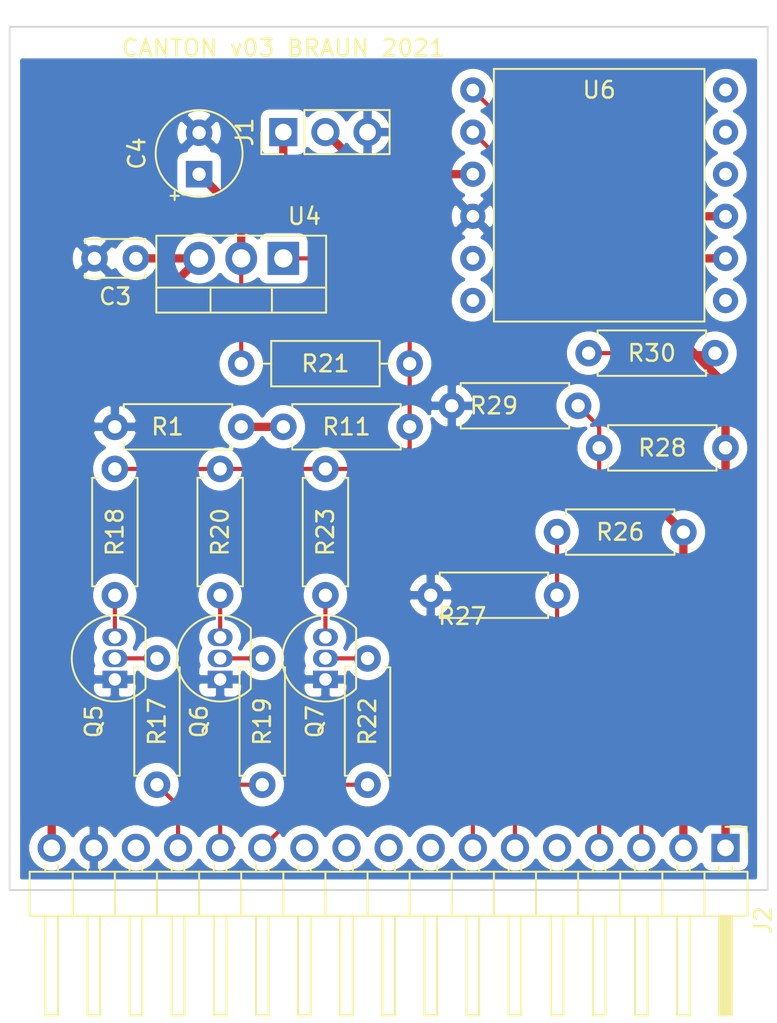
<source format=kicad_pcb>
(kicad_pcb (version 20171130) (host pcbnew "(5.1.10-1-10_14)")

  (general
    (thickness 1.6)
    (drawings 8)
    (tracks 71)
    (zones 0)
    (modules 23)
    (nets 33)
  )

  (page A4)
  (layers
    (0 F.Cu signal)
    (31 B.Cu signal hide)
    (32 B.Adhes user hide)
    (33 F.Adhes user hide)
    (34 B.Paste user hide)
    (35 F.Paste user hide)
    (36 B.SilkS user hide)
    (37 F.SilkS user)
    (38 B.Mask user hide)
    (39 F.Mask user hide)
    (40 Dwgs.User user hide)
    (41 Cmts.User user hide)
    (42 Eco1.User user hide)
    (43 Eco2.User user hide)
    (44 Edge.Cuts user)
    (45 Margin user hide)
    (46 B.CrtYd user hide)
    (47 F.CrtYd user hide)
    (48 B.Fab user hide)
    (49 F.Fab user)
  )

  (setup
    (last_trace_width 0.25)
    (user_trace_width 0.5)
    (trace_clearance 0.2)
    (zone_clearance 0.508)
    (zone_45_only no)
    (trace_min 0.2)
    (via_size 0.8)
    (via_drill 0.4)
    (via_min_size 0.4)
    (via_min_drill 0.3)
    (uvia_size 0.3)
    (uvia_drill 0.1)
    (uvias_allowed no)
    (uvia_min_size 0.2)
    (uvia_min_drill 0.1)
    (edge_width 0.1)
    (segment_width 0.2)
    (pcb_text_width 0.3)
    (pcb_text_size 1.5 1.5)
    (mod_edge_width 0.15)
    (mod_text_size 1 1)
    (mod_text_width 0.15)
    (pad_size 1.524 1.524)
    (pad_drill 0.762)
    (pad_to_mask_clearance 0)
    (aux_axis_origin 0 0)
    (visible_elements FFFFFF7F)
    (pcbplotparams
      (layerselection 0x010fc_ffffffff)
      (usegerberextensions true)
      (usegerberattributes true)
      (usegerberadvancedattributes true)
      (creategerberjobfile false)
      (excludeedgelayer true)
      (linewidth 0.100000)
      (plotframeref false)
      (viasonmask false)
      (mode 1)
      (useauxorigin false)
      (hpglpennumber 1)
      (hpglpenspeed 20)
      (hpglpendiameter 15.000000)
      (psnegative false)
      (psa4output false)
      (plotreference true)
      (plotvalue false)
      (plotinvisibletext false)
      (padsonsilk false)
      (subtractmaskfromsilk true)
      (outputformat 1)
      (mirror false)
      (drillshape 0)
      (scaleselection 1)
      (outputdirectory "gerber_canton3/"))
  )

  (net 0 "")
  (net 1 GND)
  (net 2 12Vunreg)
  (net 3 "Net-(C4-Pad1)")
  (net 4 CT3)
  (net 5 CT2)
  (net 6 CT1)
  (net 7 PWM2)
  (net 8 PWM1)
  (net 9 VSENSE0)
  (net 10 VSENSE1)
  (net 11 TRACK1)
  (net 12 TRACK0)
  (net 13 "Net-(Q5-Pad3)")
  (net 14 "Net-(Q5-Pad2)")
  (net 15 "Net-(Q6-Pad3)")
  (net 16 "Net-(Q6-Pad2)")
  (net 17 "Net-(Q7-Pad3)")
  (net 18 "Net-(Q7-Pad2)")
  (net 19 "Net-(R11-Pad1)")
  (net 20 "Net-(U6-Pad11)")
  (net 21 "Net-(U6-Pad12)")
  (net 22 "Net-(U6-Pad1)")
  (net 23 "Net-(U6-Pad4)")
  (net 24 "Net-(U6-Pad5)")
  (net 25 "Net-(U6-Pad6)")
  (net 26 "Net-(R1-Pad1)")
  (net 27 "Net-(J2-Pad11)")
  (net 28 "Net-(J2-Pad10)")
  (net 29 "Net-(J2-Pad9)")
  (net 30 "Net-(J2-Pad8)")
  (net 31 "Net-(J2-Pad5)")
  (net 32 "Net-(J2-Pad15)")

  (net_class Default "Ceci est la Netclass par défaut."
    (clearance 0.2)
    (trace_width 0.25)
    (via_dia 0.8)
    (via_drill 0.4)
    (uvia_dia 0.3)
    (uvia_drill 0.1)
    (add_net 12Vunreg)
    (add_net CT1)
    (add_net CT2)
    (add_net CT3)
    (add_net GND)
    (add_net "Net-(C4-Pad1)")
    (add_net "Net-(J2-Pad10)")
    (add_net "Net-(J2-Pad11)")
    (add_net "Net-(J2-Pad15)")
    (add_net "Net-(J2-Pad5)")
    (add_net "Net-(J2-Pad8)")
    (add_net "Net-(J2-Pad9)")
    (add_net "Net-(Q5-Pad2)")
    (add_net "Net-(Q5-Pad3)")
    (add_net "Net-(Q6-Pad2)")
    (add_net "Net-(Q6-Pad3)")
    (add_net "Net-(Q7-Pad2)")
    (add_net "Net-(Q7-Pad3)")
    (add_net "Net-(R1-Pad1)")
    (add_net "Net-(R11-Pad1)")
    (add_net "Net-(U6-Pad1)")
    (add_net "Net-(U6-Pad11)")
    (add_net "Net-(U6-Pad12)")
    (add_net "Net-(U6-Pad4)")
    (add_net "Net-(U6-Pad5)")
    (add_net "Net-(U6-Pad6)")
    (add_net PWM1)
    (add_net PWM2)
    (add_net TRACK0)
    (add_net TRACK1)
    (add_net VSENSE0)
    (add_net VSENSE1)
  )

  (module Connector_PinHeader_2.54mm:PinHeader_1x17_P2.54mm_Horizontal (layer F.Cu) (tedit 59FED5CB) (tstamp 5FAEB5DA)
    (at 134.62 115.57 270)
    (descr "Through hole angled pin header, 1x17, 2.54mm pitch, 6mm pin length, single row")
    (tags "Through hole angled pin header THT 1x17 2.54mm single row")
    (path /5F987D23)
    (fp_text reference J2 (at 4.385 -2.27 90) (layer F.SilkS)
      (effects (font (size 1 1) (thickness 0.15)))
    )
    (fp_text value Conn_01x17 (at 4.385 42.91 90) (layer F.Fab)
      (effects (font (size 1 1) (thickness 0.15)))
    )
    (fp_text user %R (at 2.77 20.32) (layer F.Fab)
      (effects (font (size 1 1) (thickness 0.15)))
    )
    (fp_line (start 2.135 -1.27) (end 4.04 -1.27) (layer F.Fab) (width 0.1))
    (fp_line (start 4.04 -1.27) (end 4.04 41.91) (layer F.Fab) (width 0.1))
    (fp_line (start 4.04 41.91) (end 1.5 41.91) (layer F.Fab) (width 0.1))
    (fp_line (start 1.5 41.91) (end 1.5 -0.635) (layer F.Fab) (width 0.1))
    (fp_line (start 1.5 -0.635) (end 2.135 -1.27) (layer F.Fab) (width 0.1))
    (fp_line (start -0.32 -0.32) (end 1.5 -0.32) (layer F.Fab) (width 0.1))
    (fp_line (start -0.32 -0.32) (end -0.32 0.32) (layer F.Fab) (width 0.1))
    (fp_line (start -0.32 0.32) (end 1.5 0.32) (layer F.Fab) (width 0.1))
    (fp_line (start 4.04 -0.32) (end 10.04 -0.32) (layer F.Fab) (width 0.1))
    (fp_line (start 10.04 -0.32) (end 10.04 0.32) (layer F.Fab) (width 0.1))
    (fp_line (start 4.04 0.32) (end 10.04 0.32) (layer F.Fab) (width 0.1))
    (fp_line (start -0.32 2.22) (end 1.5 2.22) (layer F.Fab) (width 0.1))
    (fp_line (start -0.32 2.22) (end -0.32 2.86) (layer F.Fab) (width 0.1))
    (fp_line (start -0.32 2.86) (end 1.5 2.86) (layer F.Fab) (width 0.1))
    (fp_line (start 4.04 2.22) (end 10.04 2.22) (layer F.Fab) (width 0.1))
    (fp_line (start 10.04 2.22) (end 10.04 2.86) (layer F.Fab) (width 0.1))
    (fp_line (start 4.04 2.86) (end 10.04 2.86) (layer F.Fab) (width 0.1))
    (fp_line (start -0.32 4.76) (end 1.5 4.76) (layer F.Fab) (width 0.1))
    (fp_line (start -0.32 4.76) (end -0.32 5.4) (layer F.Fab) (width 0.1))
    (fp_line (start -0.32 5.4) (end 1.5 5.4) (layer F.Fab) (width 0.1))
    (fp_line (start 4.04 4.76) (end 10.04 4.76) (layer F.Fab) (width 0.1))
    (fp_line (start 10.04 4.76) (end 10.04 5.4) (layer F.Fab) (width 0.1))
    (fp_line (start 4.04 5.4) (end 10.04 5.4) (layer F.Fab) (width 0.1))
    (fp_line (start -0.32 7.3) (end 1.5 7.3) (layer F.Fab) (width 0.1))
    (fp_line (start -0.32 7.3) (end -0.32 7.94) (layer F.Fab) (width 0.1))
    (fp_line (start -0.32 7.94) (end 1.5 7.94) (layer F.Fab) (width 0.1))
    (fp_line (start 4.04 7.3) (end 10.04 7.3) (layer F.Fab) (width 0.1))
    (fp_line (start 10.04 7.3) (end 10.04 7.94) (layer F.Fab) (width 0.1))
    (fp_line (start 4.04 7.94) (end 10.04 7.94) (layer F.Fab) (width 0.1))
    (fp_line (start -0.32 9.84) (end 1.5 9.84) (layer F.Fab) (width 0.1))
    (fp_line (start -0.32 9.84) (end -0.32 10.48) (layer F.Fab) (width 0.1))
    (fp_line (start -0.32 10.48) (end 1.5 10.48) (layer F.Fab) (width 0.1))
    (fp_line (start 4.04 9.84) (end 10.04 9.84) (layer F.Fab) (width 0.1))
    (fp_line (start 10.04 9.84) (end 10.04 10.48) (layer F.Fab) (width 0.1))
    (fp_line (start 4.04 10.48) (end 10.04 10.48) (layer F.Fab) (width 0.1))
    (fp_line (start -0.32 12.38) (end 1.5 12.38) (layer F.Fab) (width 0.1))
    (fp_line (start -0.32 12.38) (end -0.32 13.02) (layer F.Fab) (width 0.1))
    (fp_line (start -0.32 13.02) (end 1.5 13.02) (layer F.Fab) (width 0.1))
    (fp_line (start 4.04 12.38) (end 10.04 12.38) (layer F.Fab) (width 0.1))
    (fp_line (start 10.04 12.38) (end 10.04 13.02) (layer F.Fab) (width 0.1))
    (fp_line (start 4.04 13.02) (end 10.04 13.02) (layer F.Fab) (width 0.1))
    (fp_line (start -0.32 14.92) (end 1.5 14.92) (layer F.Fab) (width 0.1))
    (fp_line (start -0.32 14.92) (end -0.32 15.56) (layer F.Fab) (width 0.1))
    (fp_line (start -0.32 15.56) (end 1.5 15.56) (layer F.Fab) (width 0.1))
    (fp_line (start 4.04 14.92) (end 10.04 14.92) (layer F.Fab) (width 0.1))
    (fp_line (start 10.04 14.92) (end 10.04 15.56) (layer F.Fab) (width 0.1))
    (fp_line (start 4.04 15.56) (end 10.04 15.56) (layer F.Fab) (width 0.1))
    (fp_line (start -0.32 17.46) (end 1.5 17.46) (layer F.Fab) (width 0.1))
    (fp_line (start -0.32 17.46) (end -0.32 18.1) (layer F.Fab) (width 0.1))
    (fp_line (start -0.32 18.1) (end 1.5 18.1) (layer F.Fab) (width 0.1))
    (fp_line (start 4.04 17.46) (end 10.04 17.46) (layer F.Fab) (width 0.1))
    (fp_line (start 10.04 17.46) (end 10.04 18.1) (layer F.Fab) (width 0.1))
    (fp_line (start 4.04 18.1) (end 10.04 18.1) (layer F.Fab) (width 0.1))
    (fp_line (start -0.32 20) (end 1.5 20) (layer F.Fab) (width 0.1))
    (fp_line (start -0.32 20) (end -0.32 20.64) (layer F.Fab) (width 0.1))
    (fp_line (start -0.32 20.64) (end 1.5 20.64) (layer F.Fab) (width 0.1))
    (fp_line (start 4.04 20) (end 10.04 20) (layer F.Fab) (width 0.1))
    (fp_line (start 10.04 20) (end 10.04 20.64) (layer F.Fab) (width 0.1))
    (fp_line (start 4.04 20.64) (end 10.04 20.64) (layer F.Fab) (width 0.1))
    (fp_line (start -0.32 22.54) (end 1.5 22.54) (layer F.Fab) (width 0.1))
    (fp_line (start -0.32 22.54) (end -0.32 23.18) (layer F.Fab) (width 0.1))
    (fp_line (start -0.32 23.18) (end 1.5 23.18) (layer F.Fab) (width 0.1))
    (fp_line (start 4.04 22.54) (end 10.04 22.54) (layer F.Fab) (width 0.1))
    (fp_line (start 10.04 22.54) (end 10.04 23.18) (layer F.Fab) (width 0.1))
    (fp_line (start 4.04 23.18) (end 10.04 23.18) (layer F.Fab) (width 0.1))
    (fp_line (start -0.32 25.08) (end 1.5 25.08) (layer F.Fab) (width 0.1))
    (fp_line (start -0.32 25.08) (end -0.32 25.72) (layer F.Fab) (width 0.1))
    (fp_line (start -0.32 25.72) (end 1.5 25.72) (layer F.Fab) (width 0.1))
    (fp_line (start 4.04 25.08) (end 10.04 25.08) (layer F.Fab) (width 0.1))
    (fp_line (start 10.04 25.08) (end 10.04 25.72) (layer F.Fab) (width 0.1))
    (fp_line (start 4.04 25.72) (end 10.04 25.72) (layer F.Fab) (width 0.1))
    (fp_line (start -0.32 27.62) (end 1.5 27.62) (layer F.Fab) (width 0.1))
    (fp_line (start -0.32 27.62) (end -0.32 28.26) (layer F.Fab) (width 0.1))
    (fp_line (start -0.32 28.26) (end 1.5 28.26) (layer F.Fab) (width 0.1))
    (fp_line (start 4.04 27.62) (end 10.04 27.62) (layer F.Fab) (width 0.1))
    (fp_line (start 10.04 27.62) (end 10.04 28.26) (layer F.Fab) (width 0.1))
    (fp_line (start 4.04 28.26) (end 10.04 28.26) (layer F.Fab) (width 0.1))
    (fp_line (start -0.32 30.16) (end 1.5 30.16) (layer F.Fab) (width 0.1))
    (fp_line (start -0.32 30.16) (end -0.32 30.8) (layer F.Fab) (width 0.1))
    (fp_line (start -0.32 30.8) (end 1.5 30.8) (layer F.Fab) (width 0.1))
    (fp_line (start 4.04 30.16) (end 10.04 30.16) (layer F.Fab) (width 0.1))
    (fp_line (start 10.04 30.16) (end 10.04 30.8) (layer F.Fab) (width 0.1))
    (fp_line (start 4.04 30.8) (end 10.04 30.8) (layer F.Fab) (width 0.1))
    (fp_line (start -0.32 32.7) (end 1.5 32.7) (layer F.Fab) (width 0.1))
    (fp_line (start -0.32 32.7) (end -0.32 33.34) (layer F.Fab) (width 0.1))
    (fp_line (start -0.32 33.34) (end 1.5 33.34) (layer F.Fab) (width 0.1))
    (fp_line (start 4.04 32.7) (end 10.04 32.7) (layer F.Fab) (width 0.1))
    (fp_line (start 10.04 32.7) (end 10.04 33.34) (layer F.Fab) (width 0.1))
    (fp_line (start 4.04 33.34) (end 10.04 33.34) (layer F.Fab) (width 0.1))
    (fp_line (start -0.32 35.24) (end 1.5 35.24) (layer F.Fab) (width 0.1))
    (fp_line (start -0.32 35.24) (end -0.32 35.88) (layer F.Fab) (width 0.1))
    (fp_line (start -0.32 35.88) (end 1.5 35.88) (layer F.Fab) (width 0.1))
    (fp_line (start 4.04 35.24) (end 10.04 35.24) (layer F.Fab) (width 0.1))
    (fp_line (start 10.04 35.24) (end 10.04 35.88) (layer F.Fab) (width 0.1))
    (fp_line (start 4.04 35.88) (end 10.04 35.88) (layer F.Fab) (width 0.1))
    (fp_line (start -0.32 37.78) (end 1.5 37.78) (layer F.Fab) (width 0.1))
    (fp_line (start -0.32 37.78) (end -0.32 38.42) (layer F.Fab) (width 0.1))
    (fp_line (start -0.32 38.42) (end 1.5 38.42) (layer F.Fab) (width 0.1))
    (fp_line (start 4.04 37.78) (end 10.04 37.78) (layer F.Fab) (width 0.1))
    (fp_line (start 10.04 37.78) (end 10.04 38.42) (layer F.Fab) (width 0.1))
    (fp_line (start 4.04 38.42) (end 10.04 38.42) (layer F.Fab) (width 0.1))
    (fp_line (start -0.32 40.32) (end 1.5 40.32) (layer F.Fab) (width 0.1))
    (fp_line (start -0.32 40.32) (end -0.32 40.96) (layer F.Fab) (width 0.1))
    (fp_line (start -0.32 40.96) (end 1.5 40.96) (layer F.Fab) (width 0.1))
    (fp_line (start 4.04 40.32) (end 10.04 40.32) (layer F.Fab) (width 0.1))
    (fp_line (start 10.04 40.32) (end 10.04 40.96) (layer F.Fab) (width 0.1))
    (fp_line (start 4.04 40.96) (end 10.04 40.96) (layer F.Fab) (width 0.1))
    (fp_line (start 1.44 -1.33) (end 1.44 41.97) (layer F.SilkS) (width 0.12))
    (fp_line (start 1.44 41.97) (end 4.1 41.97) (layer F.SilkS) (width 0.12))
    (fp_line (start 4.1 41.97) (end 4.1 -1.33) (layer F.SilkS) (width 0.12))
    (fp_line (start 4.1 -1.33) (end 1.44 -1.33) (layer F.SilkS) (width 0.12))
    (fp_line (start 4.1 -0.38) (end 10.1 -0.38) (layer F.SilkS) (width 0.12))
    (fp_line (start 10.1 -0.38) (end 10.1 0.38) (layer F.SilkS) (width 0.12))
    (fp_line (start 10.1 0.38) (end 4.1 0.38) (layer F.SilkS) (width 0.12))
    (fp_line (start 4.1 -0.32) (end 10.1 -0.32) (layer F.SilkS) (width 0.12))
    (fp_line (start 4.1 -0.2) (end 10.1 -0.2) (layer F.SilkS) (width 0.12))
    (fp_line (start 4.1 -0.08) (end 10.1 -0.08) (layer F.SilkS) (width 0.12))
    (fp_line (start 4.1 0.04) (end 10.1 0.04) (layer F.SilkS) (width 0.12))
    (fp_line (start 4.1 0.16) (end 10.1 0.16) (layer F.SilkS) (width 0.12))
    (fp_line (start 4.1 0.28) (end 10.1 0.28) (layer F.SilkS) (width 0.12))
    (fp_line (start 1.11 -0.38) (end 1.44 -0.38) (layer F.SilkS) (width 0.12))
    (fp_line (start 1.11 0.38) (end 1.44 0.38) (layer F.SilkS) (width 0.12))
    (fp_line (start 1.44 1.27) (end 4.1 1.27) (layer F.SilkS) (width 0.12))
    (fp_line (start 4.1 2.16) (end 10.1 2.16) (layer F.SilkS) (width 0.12))
    (fp_line (start 10.1 2.16) (end 10.1 2.92) (layer F.SilkS) (width 0.12))
    (fp_line (start 10.1 2.92) (end 4.1 2.92) (layer F.SilkS) (width 0.12))
    (fp_line (start 1.042929 2.16) (end 1.44 2.16) (layer F.SilkS) (width 0.12))
    (fp_line (start 1.042929 2.92) (end 1.44 2.92) (layer F.SilkS) (width 0.12))
    (fp_line (start 1.44 3.81) (end 4.1 3.81) (layer F.SilkS) (width 0.12))
    (fp_line (start 4.1 4.7) (end 10.1 4.7) (layer F.SilkS) (width 0.12))
    (fp_line (start 10.1 4.7) (end 10.1 5.46) (layer F.SilkS) (width 0.12))
    (fp_line (start 10.1 5.46) (end 4.1 5.46) (layer F.SilkS) (width 0.12))
    (fp_line (start 1.042929 4.7) (end 1.44 4.7) (layer F.SilkS) (width 0.12))
    (fp_line (start 1.042929 5.46) (end 1.44 5.46) (layer F.SilkS) (width 0.12))
    (fp_line (start 1.44 6.35) (end 4.1 6.35) (layer F.SilkS) (width 0.12))
    (fp_line (start 4.1 7.24) (end 10.1 7.24) (layer F.SilkS) (width 0.12))
    (fp_line (start 10.1 7.24) (end 10.1 8) (layer F.SilkS) (width 0.12))
    (fp_line (start 10.1 8) (end 4.1 8) (layer F.SilkS) (width 0.12))
    (fp_line (start 1.042929 7.24) (end 1.44 7.24) (layer F.SilkS) (width 0.12))
    (fp_line (start 1.042929 8) (end 1.44 8) (layer F.SilkS) (width 0.12))
    (fp_line (start 1.44 8.89) (end 4.1 8.89) (layer F.SilkS) (width 0.12))
    (fp_line (start 4.1 9.78) (end 10.1 9.78) (layer F.SilkS) (width 0.12))
    (fp_line (start 10.1 9.78) (end 10.1 10.54) (layer F.SilkS) (width 0.12))
    (fp_line (start 10.1 10.54) (end 4.1 10.54) (layer F.SilkS) (width 0.12))
    (fp_line (start 1.042929 9.78) (end 1.44 9.78) (layer F.SilkS) (width 0.12))
    (fp_line (start 1.042929 10.54) (end 1.44 10.54) (layer F.SilkS) (width 0.12))
    (fp_line (start 1.44 11.43) (end 4.1 11.43) (layer F.SilkS) (width 0.12))
    (fp_line (start 4.1 12.32) (end 10.1 12.32) (layer F.SilkS) (width 0.12))
    (fp_line (start 10.1 12.32) (end 10.1 13.08) (layer F.SilkS) (width 0.12))
    (fp_line (start 10.1 13.08) (end 4.1 13.08) (layer F.SilkS) (width 0.12))
    (fp_line (start 1.042929 12.32) (end 1.44 12.32) (layer F.SilkS) (width 0.12))
    (fp_line (start 1.042929 13.08) (end 1.44 13.08) (layer F.SilkS) (width 0.12))
    (fp_line (start 1.44 13.97) (end 4.1 13.97) (layer F.SilkS) (width 0.12))
    (fp_line (start 4.1 14.86) (end 10.1 14.86) (layer F.SilkS) (width 0.12))
    (fp_line (start 10.1 14.86) (end 10.1 15.62) (layer F.SilkS) (width 0.12))
    (fp_line (start 10.1 15.62) (end 4.1 15.62) (layer F.SilkS) (width 0.12))
    (fp_line (start 1.042929 14.86) (end 1.44 14.86) (layer F.SilkS) (width 0.12))
    (fp_line (start 1.042929 15.62) (end 1.44 15.62) (layer F.SilkS) (width 0.12))
    (fp_line (start 1.44 16.51) (end 4.1 16.51) (layer F.SilkS) (width 0.12))
    (fp_line (start 4.1 17.4) (end 10.1 17.4) (layer F.SilkS) (width 0.12))
    (fp_line (start 10.1 17.4) (end 10.1 18.16) (layer F.SilkS) (width 0.12))
    (fp_line (start 10.1 18.16) (end 4.1 18.16) (layer F.SilkS) (width 0.12))
    (fp_line (start 1.042929 17.4) (end 1.44 17.4) (layer F.SilkS) (width 0.12))
    (fp_line (start 1.042929 18.16) (end 1.44 18.16) (layer F.SilkS) (width 0.12))
    (fp_line (start 1.44 19.05) (end 4.1 19.05) (layer F.SilkS) (width 0.12))
    (fp_line (start 4.1 19.94) (end 10.1 19.94) (layer F.SilkS) (width 0.12))
    (fp_line (start 10.1 19.94) (end 10.1 20.7) (layer F.SilkS) (width 0.12))
    (fp_line (start 10.1 20.7) (end 4.1 20.7) (layer F.SilkS) (width 0.12))
    (fp_line (start 1.042929 19.94) (end 1.44 19.94) (layer F.SilkS) (width 0.12))
    (fp_line (start 1.042929 20.7) (end 1.44 20.7) (layer F.SilkS) (width 0.12))
    (fp_line (start 1.44 21.59) (end 4.1 21.59) (layer F.SilkS) (width 0.12))
    (fp_line (start 4.1 22.48) (end 10.1 22.48) (layer F.SilkS) (width 0.12))
    (fp_line (start 10.1 22.48) (end 10.1 23.24) (layer F.SilkS) (width 0.12))
    (fp_line (start 10.1 23.24) (end 4.1 23.24) (layer F.SilkS) (width 0.12))
    (fp_line (start 1.042929 22.48) (end 1.44 22.48) (layer F.SilkS) (width 0.12))
    (fp_line (start 1.042929 23.24) (end 1.44 23.24) (layer F.SilkS) (width 0.12))
    (fp_line (start 1.44 24.13) (end 4.1 24.13) (layer F.SilkS) (width 0.12))
    (fp_line (start 4.1 25.02) (end 10.1 25.02) (layer F.SilkS) (width 0.12))
    (fp_line (start 10.1 25.02) (end 10.1 25.78) (layer F.SilkS) (width 0.12))
    (fp_line (start 10.1 25.78) (end 4.1 25.78) (layer F.SilkS) (width 0.12))
    (fp_line (start 1.042929 25.02) (end 1.44 25.02) (layer F.SilkS) (width 0.12))
    (fp_line (start 1.042929 25.78) (end 1.44 25.78) (layer F.SilkS) (width 0.12))
    (fp_line (start 1.44 26.67) (end 4.1 26.67) (layer F.SilkS) (width 0.12))
    (fp_line (start 4.1 27.56) (end 10.1 27.56) (layer F.SilkS) (width 0.12))
    (fp_line (start 10.1 27.56) (end 10.1 28.32) (layer F.SilkS) (width 0.12))
    (fp_line (start 10.1 28.32) (end 4.1 28.32) (layer F.SilkS) (width 0.12))
    (fp_line (start 1.042929 27.56) (end 1.44 27.56) (layer F.SilkS) (width 0.12))
    (fp_line (start 1.042929 28.32) (end 1.44 28.32) (layer F.SilkS) (width 0.12))
    (fp_line (start 1.44 29.21) (end 4.1 29.21) (layer F.SilkS) (width 0.12))
    (fp_line (start 4.1 30.1) (end 10.1 30.1) (layer F.SilkS) (width 0.12))
    (fp_line (start 10.1 30.1) (end 10.1 30.86) (layer F.SilkS) (width 0.12))
    (fp_line (start 10.1 30.86) (end 4.1 30.86) (layer F.SilkS) (width 0.12))
    (fp_line (start 1.042929 30.1) (end 1.44 30.1) (layer F.SilkS) (width 0.12))
    (fp_line (start 1.042929 30.86) (end 1.44 30.86) (layer F.SilkS) (width 0.12))
    (fp_line (start 1.44 31.75) (end 4.1 31.75) (layer F.SilkS) (width 0.12))
    (fp_line (start 4.1 32.64) (end 10.1 32.64) (layer F.SilkS) (width 0.12))
    (fp_line (start 10.1 32.64) (end 10.1 33.4) (layer F.SilkS) (width 0.12))
    (fp_line (start 10.1 33.4) (end 4.1 33.4) (layer F.SilkS) (width 0.12))
    (fp_line (start 1.042929 32.64) (end 1.44 32.64) (layer F.SilkS) (width 0.12))
    (fp_line (start 1.042929 33.4) (end 1.44 33.4) (layer F.SilkS) (width 0.12))
    (fp_line (start 1.44 34.29) (end 4.1 34.29) (layer F.SilkS) (width 0.12))
    (fp_line (start 4.1 35.18) (end 10.1 35.18) (layer F.SilkS) (width 0.12))
    (fp_line (start 10.1 35.18) (end 10.1 35.94) (layer F.SilkS) (width 0.12))
    (fp_line (start 10.1 35.94) (end 4.1 35.94) (layer F.SilkS) (width 0.12))
    (fp_line (start 1.042929 35.18) (end 1.44 35.18) (layer F.SilkS) (width 0.12))
    (fp_line (start 1.042929 35.94) (end 1.44 35.94) (layer F.SilkS) (width 0.12))
    (fp_line (start 1.44 36.83) (end 4.1 36.83) (layer F.SilkS) (width 0.12))
    (fp_line (start 4.1 37.72) (end 10.1 37.72) (layer F.SilkS) (width 0.12))
    (fp_line (start 10.1 37.72) (end 10.1 38.48) (layer F.SilkS) (width 0.12))
    (fp_line (start 10.1 38.48) (end 4.1 38.48) (layer F.SilkS) (width 0.12))
    (fp_line (start 1.042929 37.72) (end 1.44 37.72) (layer F.SilkS) (width 0.12))
    (fp_line (start 1.042929 38.48) (end 1.44 38.48) (layer F.SilkS) (width 0.12))
    (fp_line (start 1.44 39.37) (end 4.1 39.37) (layer F.SilkS) (width 0.12))
    (fp_line (start 4.1 40.26) (end 10.1 40.26) (layer F.SilkS) (width 0.12))
    (fp_line (start 10.1 40.26) (end 10.1 41.02) (layer F.SilkS) (width 0.12))
    (fp_line (start 10.1 41.02) (end 4.1 41.02) (layer F.SilkS) (width 0.12))
    (fp_line (start 1.042929 40.26) (end 1.44 40.26) (layer F.SilkS) (width 0.12))
    (fp_line (start 1.042929 41.02) (end 1.44 41.02) (layer F.SilkS) (width 0.12))
    (fp_line (start -1.27 0) (end -1.27 -1.27) (layer F.SilkS) (width 0.12))
    (fp_line (start -1.27 -1.27) (end 0 -1.27) (layer F.SilkS) (width 0.12))
    (fp_line (start -1.8 -1.8) (end -1.8 42.45) (layer F.CrtYd) (width 0.05))
    (fp_line (start -1.8 42.45) (end 10.55 42.45) (layer F.CrtYd) (width 0.05))
    (fp_line (start 10.55 42.45) (end 10.55 -1.8) (layer F.CrtYd) (width 0.05))
    (fp_line (start 10.55 -1.8) (end -1.8 -1.8) (layer F.CrtYd) (width 0.05))
    (pad 17 thru_hole oval (at 0 40.64 270) (size 1.7 1.7) (drill 1) (layers *.Cu *.Mask)
      (net 2 12Vunreg))
    (pad 16 thru_hole oval (at 0 38.1 270) (size 1.7 1.7) (drill 1) (layers *.Cu *.Mask)
      (net 1 GND))
    (pad 15 thru_hole oval (at 0 35.56 270) (size 1.7 1.7) (drill 1) (layers *.Cu *.Mask)
      (net 32 "Net-(J2-Pad15)"))
    (pad 14 thru_hole oval (at 0 33.02 270) (size 1.7 1.7) (drill 1) (layers *.Cu *.Mask)
      (net 4 CT3))
    (pad 13 thru_hole oval (at 0 30.48 270) (size 1.7 1.7) (drill 1) (layers *.Cu *.Mask)
      (net 5 CT2))
    (pad 12 thru_hole oval (at 0 27.94 270) (size 1.7 1.7) (drill 1) (layers *.Cu *.Mask)
      (net 6 CT1))
    (pad 11 thru_hole oval (at 0 25.4 270) (size 1.7 1.7) (drill 1) (layers *.Cu *.Mask)
      (net 27 "Net-(J2-Pad11)"))
    (pad 10 thru_hole oval (at 0 22.86 270) (size 1.7 1.7) (drill 1) (layers *.Cu *.Mask)
      (net 28 "Net-(J2-Pad10)"))
    (pad 9 thru_hole oval (at 0 20.32 270) (size 1.7 1.7) (drill 1) (layers *.Cu *.Mask)
      (net 29 "Net-(J2-Pad9)"))
    (pad 8 thru_hole oval (at 0 17.78 270) (size 1.7 1.7) (drill 1) (layers *.Cu *.Mask)
      (net 30 "Net-(J2-Pad8)"))
    (pad 7 thru_hole oval (at 0 15.24 270) (size 1.7 1.7) (drill 1) (layers *.Cu *.Mask)
      (net 7 PWM2))
    (pad 6 thru_hole oval (at 0 12.7 270) (size 1.7 1.7) (drill 1) (layers *.Cu *.Mask)
      (net 8 PWM1))
    (pad 5 thru_hole oval (at 0 10.16 270) (size 1.7 1.7) (drill 1) (layers *.Cu *.Mask)
      (net 31 "Net-(J2-Pad5)"))
    (pad 4 thru_hole oval (at 0 7.62 270) (size 1.7 1.7) (drill 1) (layers *.Cu *.Mask)
      (net 9 VSENSE0))
    (pad 3 thru_hole oval (at 0 5.08 270) (size 1.7 1.7) (drill 1) (layers *.Cu *.Mask)
      (net 10 VSENSE1))
    (pad 2 thru_hole oval (at 0 2.54 270) (size 1.7 1.7) (drill 1) (layers *.Cu *.Mask)
      (net 11 TRACK1))
    (pad 1 thru_hole rect (at 0 0 270) (size 1.7 1.7) (drill 1) (layers *.Cu *.Mask)
      (net 12 TRACK0))
    (model ${KISYS3DMOD}/Connector_PinHeader_2.54mm.3dshapes/PinHeader_1x17_P2.54mm_Horizontal.wrl
      (at (xyz 0 0 0))
      (scale (xyz 1 1 1))
      (rotate (xyz 0 0 0))
    )
  )

  (module Module:module_2x6 (layer F.Cu) (tedit 611D490B) (tstamp 60744676)
    (at 128.27 64.77 180)
    (path /5FB0EC7B)
    (fp_text reference U6 (at 1.27 -5.08 180) (layer F.SilkS)
      (effects (font (size 1 1) (thickness 0.15)))
    )
    (fp_text value ModuleDRV8833 (at 0 -0.5 180) (layer F.Fab)
      (effects (font (size 1 1) (thickness 0.15)))
    )
    (fp_line (start -5.08 -3.81) (end -5.08 -19.05) (layer F.SilkS) (width 0.12))
    (fp_line (start 7.62 -3.81) (end -5.08 -3.81) (layer F.SilkS) (width 0.12))
    (fp_line (start 7.62 -19.05) (end 7.62 -3.81) (layer F.SilkS) (width 0.12))
    (fp_line (start -5.08 -19.05) (end 7.62 -19.05) (layer F.SilkS) (width 0.12))
    (pad 7 thru_hole circle (at 8.89 -5.08 180) (size 1.524 1.524) (drill 0.762) (layers *.Cu *.Mask)
      (net 8 PWM1))
    (pad 8 thru_hole circle (at 8.89 -7.62 180) (size 1.524 1.524) (drill 0.762) (layers *.Cu *.Mask)
      (net 7 PWM2))
    (pad 9 thru_hole circle (at 8.89 -10.16 180) (size 1.524 1.524) (drill 0.762) (layers *.Cu *.Mask)
      (net 3 "Net-(C4-Pad1)"))
    (pad 10 thru_hole circle (at 8.89 -12.7 180) (size 1.524 1.524) (drill 0.762) (layers *.Cu *.Mask)
      (net 1 GND))
    (pad 11 thru_hole circle (at 8.89 -15.24 180) (size 1.524 1.524) (drill 0.762) (layers *.Cu *.Mask)
      (net 20 "Net-(U6-Pad11)"))
    (pad 12 thru_hole circle (at 8.89 -17.78 180) (size 1.524 1.524) (drill 0.762) (layers *.Cu *.Mask)
      (net 21 "Net-(U6-Pad12)"))
    (pad 1 thru_hole circle (at -6.35 -17.78 180) (size 1.524 1.524) (drill 0.762) (layers *.Cu *.Mask)
      (net 22 "Net-(U6-Pad1)"))
    (pad 2 thru_hole circle (at -6.35 -15.24 180) (size 1.524 1.524) (drill 0.762) (layers *.Cu *.Mask)
      (net 12 TRACK0))
    (pad 3 thru_hole circle (at -6.35 -12.7 180) (size 1.524 1.524) (drill 0.762) (layers *.Cu *.Mask)
      (net 11 TRACK1))
    (pad 4 thru_hole circle (at -6.35 -10.16 180) (size 1.524 1.524) (drill 0.762) (layers *.Cu *.Mask)
      (net 23 "Net-(U6-Pad4)"))
    (pad 5 thru_hole circle (at -6.35 -7.62 180) (size 1.524 1.524) (drill 0.762) (layers *.Cu *.Mask)
      (net 24 "Net-(U6-Pad5)"))
    (pad 6 thru_hole circle (at -6.35 -5.08 180) (size 1.524 1.524) (drill 0.762) (layers *.Cu *.Mask)
      (net 25 "Net-(U6-Pad6)"))
  )

  (module Connector_PinHeader_2.54mm:PinHeader_1x03_P2.54mm_Vertical (layer F.Cu) (tedit 59FED5CC) (tstamp 611D4758)
    (at 107.95 72.39 90)
    (descr "Through hole straight pin header, 1x03, 2.54mm pitch, single row")
    (tags "Through hole pin header THT 1x03 2.54mm single row")
    (path /611D1C45)
    (fp_text reference J1 (at 0 -2.33 90) (layer F.SilkS)
      (effects (font (size 1 1) (thickness 0.15)))
    )
    (fp_text value Conn_01x03_Female (at 0 7.41 90) (layer F.Fab)
      (effects (font (size 1 1) (thickness 0.15)))
    )
    (fp_line (start 1.8 -1.8) (end -1.8 -1.8) (layer F.CrtYd) (width 0.05))
    (fp_line (start 1.8 6.85) (end 1.8 -1.8) (layer F.CrtYd) (width 0.05))
    (fp_line (start -1.8 6.85) (end 1.8 6.85) (layer F.CrtYd) (width 0.05))
    (fp_line (start -1.8 -1.8) (end -1.8 6.85) (layer F.CrtYd) (width 0.05))
    (fp_line (start -1.33 -1.33) (end 0 -1.33) (layer F.SilkS) (width 0.12))
    (fp_line (start -1.33 0) (end -1.33 -1.33) (layer F.SilkS) (width 0.12))
    (fp_line (start -1.33 1.27) (end 1.33 1.27) (layer F.SilkS) (width 0.12))
    (fp_line (start 1.33 1.27) (end 1.33 6.41) (layer F.SilkS) (width 0.12))
    (fp_line (start -1.33 1.27) (end -1.33 6.41) (layer F.SilkS) (width 0.12))
    (fp_line (start -1.33 6.41) (end 1.33 6.41) (layer F.SilkS) (width 0.12))
    (fp_line (start -1.27 -0.635) (end -0.635 -1.27) (layer F.Fab) (width 0.1))
    (fp_line (start -1.27 6.35) (end -1.27 -0.635) (layer F.Fab) (width 0.1))
    (fp_line (start 1.27 6.35) (end -1.27 6.35) (layer F.Fab) (width 0.1))
    (fp_line (start 1.27 -1.27) (end 1.27 6.35) (layer F.Fab) (width 0.1))
    (fp_line (start -0.635 -1.27) (end 1.27 -1.27) (layer F.Fab) (width 0.1))
    (fp_text user %R (at 0 2.54) (layer F.Fab)
      (effects (font (size 1 1) (thickness 0.15)))
    )
    (pad 3 thru_hole oval (at 0 5.08 90) (size 1.7 1.7) (drill 1) (layers *.Cu *.Mask)
      (net 1 GND))
    (pad 2 thru_hole oval (at 0 2.54 90) (size 1.7 1.7) (drill 1) (layers *.Cu *.Mask)
      (net 3 "Net-(C4-Pad1)"))
    (pad 1 thru_hole rect (at 0 0 90) (size 1.7 1.7) (drill 1) (layers *.Cu *.Mask)
      (net 3 "Net-(C4-Pad1)"))
    (model ${KISYS3DMOD}/Connector_PinHeader_2.54mm.3dshapes/PinHeader_1x03_P2.54mm_Vertical.wrl
      (at (xyz 0 0 0))
      (scale (xyz 1 1 1))
      (rotate (xyz 0 0 0))
    )
  )

  (module Package_TO_SOT_THT:TO-220-3_Vertical (layer F.Cu) (tedit 5AC8BA0D) (tstamp 60744665)
    (at 107.95 80.01 180)
    (descr "TO-220-3, Vertical, RM 2.54mm, see https://www.vishay.com/docs/66542/to-220-1.pdf")
    (tags "TO-220-3 Vertical RM 2.54mm")
    (path /5F248AF8)
    (fp_text reference U4 (at -1.27 2.54) (layer F.SilkS)
      (effects (font (size 1 1) (thickness 0.15)))
    )
    (fp_text value LM317_TO220 (at 2.54 2.5) (layer F.Fab)
      (effects (font (size 1 1) (thickness 0.15)))
    )
    (fp_line (start 7.79 -3.4) (end -2.71 -3.4) (layer F.CrtYd) (width 0.05))
    (fp_line (start 7.79 1.51) (end 7.79 -3.4) (layer F.CrtYd) (width 0.05))
    (fp_line (start -2.71 1.51) (end 7.79 1.51) (layer F.CrtYd) (width 0.05))
    (fp_line (start -2.71 -3.4) (end -2.71 1.51) (layer F.CrtYd) (width 0.05))
    (fp_line (start 4.391 -3.27) (end 4.391 -1.76) (layer F.SilkS) (width 0.12))
    (fp_line (start 0.69 -3.27) (end 0.69 -1.76) (layer F.SilkS) (width 0.12))
    (fp_line (start -2.58 -1.76) (end 7.66 -1.76) (layer F.SilkS) (width 0.12))
    (fp_line (start 7.66 -3.27) (end 7.66 1.371) (layer F.SilkS) (width 0.12))
    (fp_line (start -2.58 -3.27) (end -2.58 1.371) (layer F.SilkS) (width 0.12))
    (fp_line (start -2.58 1.371) (end 7.66 1.371) (layer F.SilkS) (width 0.12))
    (fp_line (start -2.58 -3.27) (end 7.66 -3.27) (layer F.SilkS) (width 0.12))
    (fp_line (start 4.39 -3.15) (end 4.39 -1.88) (layer F.Fab) (width 0.1))
    (fp_line (start 0.69 -3.15) (end 0.69 -1.88) (layer F.Fab) (width 0.1))
    (fp_line (start -2.46 -1.88) (end 7.54 -1.88) (layer F.Fab) (width 0.1))
    (fp_line (start 7.54 -3.15) (end -2.46 -3.15) (layer F.Fab) (width 0.1))
    (fp_line (start 7.54 1.25) (end 7.54 -3.15) (layer F.Fab) (width 0.1))
    (fp_line (start -2.46 1.25) (end 7.54 1.25) (layer F.Fab) (width 0.1))
    (fp_line (start -2.46 -3.15) (end -2.46 1.25) (layer F.Fab) (width 0.1))
    (fp_text user %R (at 2.54 -4.27) (layer F.Fab)
      (effects (font (size 1 1) (thickness 0.15)))
    )
    (pad 3 thru_hole oval (at 5.08 0 180) (size 1.905 2) (drill 1.1) (layers *.Cu *.Mask)
      (net 2 12Vunreg))
    (pad 2 thru_hole oval (at 2.54 0 180) (size 1.905 2) (drill 1.1) (layers *.Cu *.Mask)
      (net 3 "Net-(C4-Pad1)"))
    (pad 1 thru_hole rect (at 0 0 180) (size 1.905 2) (drill 1.1) (layers *.Cu *.Mask)
      (net 19 "Net-(R11-Pad1)"))
    (model ${KISYS3DMOD}/Package_TO_SOT_THT.3dshapes/TO-220-3_Vertical.wrl
      (at (xyz 0 0 0))
      (scale (xyz 1 1 1))
      (rotate (xyz 0 0 0))
    )
  )

  (module Resistor_THT:R_Axial_DIN0207_L6.3mm_D2.5mm_P7.62mm_Horizontal (layer F.Cu) (tedit 5AE5139B) (tstamp 6074464B)
    (at 133.985 85.725 180)
    (descr "Resistor, Axial_DIN0207 series, Axial, Horizontal, pin pitch=7.62mm, 0.25W = 1/4W, length*diameter=6.3*2.5mm^2, http://cdn-reichelt.de/documents/datenblatt/B400/1_4W%23YAG.pdf")
    (tags "Resistor Axial_DIN0207 series Axial Horizontal pin pitch 7.62mm 0.25W = 1/4W length 6.3mm diameter 2.5mm")
    (path /5FB0EC7D)
    (fp_text reference R30 (at 3.81 0) (layer F.SilkS)
      (effects (font (size 1 1) (thickness 0.15)))
    )
    (fp_text value 3k (at 3.81 2.37) (layer F.Fab)
      (effects (font (size 1 1) (thickness 0.15)))
    )
    (fp_line (start 8.67 -1.5) (end -1.05 -1.5) (layer F.CrtYd) (width 0.05))
    (fp_line (start 8.67 1.5) (end 8.67 -1.5) (layer F.CrtYd) (width 0.05))
    (fp_line (start -1.05 1.5) (end 8.67 1.5) (layer F.CrtYd) (width 0.05))
    (fp_line (start -1.05 -1.5) (end -1.05 1.5) (layer F.CrtYd) (width 0.05))
    (fp_line (start 7.08 1.37) (end 7.08 1.04) (layer F.SilkS) (width 0.12))
    (fp_line (start 0.54 1.37) (end 7.08 1.37) (layer F.SilkS) (width 0.12))
    (fp_line (start 0.54 1.04) (end 0.54 1.37) (layer F.SilkS) (width 0.12))
    (fp_line (start 7.08 -1.37) (end 7.08 -1.04) (layer F.SilkS) (width 0.12))
    (fp_line (start 0.54 -1.37) (end 7.08 -1.37) (layer F.SilkS) (width 0.12))
    (fp_line (start 0.54 -1.04) (end 0.54 -1.37) (layer F.SilkS) (width 0.12))
    (fp_line (start 7.62 0) (end 6.96 0) (layer F.Fab) (width 0.1))
    (fp_line (start 0 0) (end 0.66 0) (layer F.Fab) (width 0.1))
    (fp_line (start 6.96 -1.25) (end 0.66 -1.25) (layer F.Fab) (width 0.1))
    (fp_line (start 6.96 1.25) (end 6.96 -1.25) (layer F.Fab) (width 0.1))
    (fp_line (start 0.66 1.25) (end 6.96 1.25) (layer F.Fab) (width 0.1))
    (fp_line (start 0.66 -1.25) (end 0.66 1.25) (layer F.Fab) (width 0.1))
    (fp_text user %R (at 3.81 0) (layer F.Fab)
      (effects (font (size 1 1) (thickness 0.15)))
    )
    (pad 2 thru_hole oval (at 7.62 0 180) (size 1.6 1.6) (drill 0.8) (layers *.Cu *.Mask)
      (net 11 TRACK1))
    (pad 1 thru_hole circle (at 0 0 180) (size 1.6 1.6) (drill 0.8) (layers *.Cu *.Mask)
      (net 12 TRACK0))
    (model ${KISYS3DMOD}/Resistor_THT.3dshapes/R_Axial_DIN0207_L6.3mm_D2.5mm_P7.62mm_Horizontal.wrl
      (at (xyz 0 0 0))
      (scale (xyz 1 1 1))
      (rotate (xyz 0 0 0))
    )
  )

  (module Resistor_THT:R_Axial_DIN0207_L6.3mm_D2.5mm_P7.62mm_Horizontal (layer F.Cu) (tedit 5AE5139B) (tstamp 60744634)
    (at 125.73 88.9 180)
    (descr "Resistor, Axial_DIN0207 series, Axial, Horizontal, pin pitch=7.62mm, 0.25W = 1/4W, length*diameter=6.3*2.5mm^2, http://cdn-reichelt.de/documents/datenblatt/B400/1_4W%23YAG.pdf")
    (tags "Resistor Axial_DIN0207 series Axial Horizontal pin pitch 7.62mm 0.25W = 1/4W length 6.3mm diameter 2.5mm")
    (path /5FB0EC6F)
    (fp_text reference R29 (at 5.08 0) (layer F.SilkS)
      (effects (font (size 1 1) (thickness 0.15)))
    )
    (fp_text value 2200 (at 3.81 2.37) (layer F.Fab)
      (effects (font (size 1 1) (thickness 0.15)))
    )
    (fp_line (start 8.67 -1.5) (end -1.05 -1.5) (layer F.CrtYd) (width 0.05))
    (fp_line (start 8.67 1.5) (end 8.67 -1.5) (layer F.CrtYd) (width 0.05))
    (fp_line (start -1.05 1.5) (end 8.67 1.5) (layer F.CrtYd) (width 0.05))
    (fp_line (start -1.05 -1.5) (end -1.05 1.5) (layer F.CrtYd) (width 0.05))
    (fp_line (start 7.08 1.37) (end 7.08 1.04) (layer F.SilkS) (width 0.12))
    (fp_line (start 0.54 1.37) (end 7.08 1.37) (layer F.SilkS) (width 0.12))
    (fp_line (start 0.54 1.04) (end 0.54 1.37) (layer F.SilkS) (width 0.12))
    (fp_line (start 7.08 -1.37) (end 7.08 -1.04) (layer F.SilkS) (width 0.12))
    (fp_line (start 0.54 -1.37) (end 7.08 -1.37) (layer F.SilkS) (width 0.12))
    (fp_line (start 0.54 -1.04) (end 0.54 -1.37) (layer F.SilkS) (width 0.12))
    (fp_line (start 7.62 0) (end 6.96 0) (layer F.Fab) (width 0.1))
    (fp_line (start 0 0) (end 0.66 0) (layer F.Fab) (width 0.1))
    (fp_line (start 6.96 -1.25) (end 0.66 -1.25) (layer F.Fab) (width 0.1))
    (fp_line (start 6.96 1.25) (end 6.96 -1.25) (layer F.Fab) (width 0.1))
    (fp_line (start 0.66 1.25) (end 6.96 1.25) (layer F.Fab) (width 0.1))
    (fp_line (start 0.66 -1.25) (end 0.66 1.25) (layer F.Fab) (width 0.1))
    (fp_text user %R (at 3.81 0) (layer F.Fab)
      (effects (font (size 1 1) (thickness 0.15)))
    )
    (pad 2 thru_hole oval (at 7.62 0 180) (size 1.6 1.6) (drill 0.8) (layers *.Cu *.Mask)
      (net 1 GND))
    (pad 1 thru_hole circle (at 0 0 180) (size 1.6 1.6) (drill 0.8) (layers *.Cu *.Mask)
      (net 10 VSENSE1))
    (model ${KISYS3DMOD}/Resistor_THT.3dshapes/R_Axial_DIN0207_L6.3mm_D2.5mm_P7.62mm_Horizontal.wrl
      (at (xyz 0 0 0))
      (scale (xyz 1 1 1))
      (rotate (xyz 0 0 0))
    )
  )

  (module Resistor_THT:R_Axial_DIN0207_L6.3mm_D2.5mm_P7.62mm_Horizontal (layer F.Cu) (tedit 5AE5139B) (tstamp 6074461D)
    (at 134.62 91.44 180)
    (descr "Resistor, Axial_DIN0207 series, Axial, Horizontal, pin pitch=7.62mm, 0.25W = 1/4W, length*diameter=6.3*2.5mm^2, http://cdn-reichelt.de/documents/datenblatt/B400/1_4W%23YAG.pdf")
    (tags "Resistor Axial_DIN0207 series Axial Horizontal pin pitch 7.62mm 0.25W = 1/4W length 6.3mm diameter 2.5mm")
    (path /5FB0EC6E)
    (fp_text reference R28 (at 3.81 0) (layer F.SilkS)
      (effects (font (size 1 1) (thickness 0.15)))
    )
    (fp_text value 10k (at 3.81 2.37) (layer F.Fab)
      (effects (font (size 1 1) (thickness 0.15)))
    )
    (fp_line (start 8.67 -1.5) (end -1.05 -1.5) (layer F.CrtYd) (width 0.05))
    (fp_line (start 8.67 1.5) (end 8.67 -1.5) (layer F.CrtYd) (width 0.05))
    (fp_line (start -1.05 1.5) (end 8.67 1.5) (layer F.CrtYd) (width 0.05))
    (fp_line (start -1.05 -1.5) (end -1.05 1.5) (layer F.CrtYd) (width 0.05))
    (fp_line (start 7.08 1.37) (end 7.08 1.04) (layer F.SilkS) (width 0.12))
    (fp_line (start 0.54 1.37) (end 7.08 1.37) (layer F.SilkS) (width 0.12))
    (fp_line (start 0.54 1.04) (end 0.54 1.37) (layer F.SilkS) (width 0.12))
    (fp_line (start 7.08 -1.37) (end 7.08 -1.04) (layer F.SilkS) (width 0.12))
    (fp_line (start 0.54 -1.37) (end 7.08 -1.37) (layer F.SilkS) (width 0.12))
    (fp_line (start 0.54 -1.04) (end 0.54 -1.37) (layer F.SilkS) (width 0.12))
    (fp_line (start 7.62 0) (end 6.96 0) (layer F.Fab) (width 0.1))
    (fp_line (start 0 0) (end 0.66 0) (layer F.Fab) (width 0.1))
    (fp_line (start 6.96 -1.25) (end 0.66 -1.25) (layer F.Fab) (width 0.1))
    (fp_line (start 6.96 1.25) (end 6.96 -1.25) (layer F.Fab) (width 0.1))
    (fp_line (start 0.66 1.25) (end 6.96 1.25) (layer F.Fab) (width 0.1))
    (fp_line (start 0.66 -1.25) (end 0.66 1.25) (layer F.Fab) (width 0.1))
    (fp_text user %R (at 3.81 0) (layer F.Fab)
      (effects (font (size 1 1) (thickness 0.15)))
    )
    (pad 2 thru_hole oval (at 7.62 0 180) (size 1.6 1.6) (drill 0.8) (layers *.Cu *.Mask)
      (net 10 VSENSE1))
    (pad 1 thru_hole circle (at 0 0 180) (size 1.6 1.6) (drill 0.8) (layers *.Cu *.Mask)
      (net 12 TRACK0))
    (model ${KISYS3DMOD}/Resistor_THT.3dshapes/R_Axial_DIN0207_L6.3mm_D2.5mm_P7.62mm_Horizontal.wrl
      (at (xyz 0 0 0))
      (scale (xyz 1 1 1))
      (rotate (xyz 0 0 0))
    )
  )

  (module Resistor_THT:R_Axial_DIN0207_L6.3mm_D2.5mm_P7.62mm_Horizontal (layer F.Cu) (tedit 5AE5139B) (tstamp 60744606)
    (at 124.46 100.33 180)
    (descr "Resistor, Axial_DIN0207 series, Axial, Horizontal, pin pitch=7.62mm, 0.25W = 1/4W, length*diameter=6.3*2.5mm^2, http://cdn-reichelt.de/documents/datenblatt/B400/1_4W%23YAG.pdf")
    (tags "Resistor Axial_DIN0207 series Axial Horizontal pin pitch 7.62mm 0.25W = 1/4W length 6.3mm diameter 2.5mm")
    (path /5FB0EC71)
    (fp_text reference R27 (at 5.715 -1.27) (layer F.SilkS)
      (effects (font (size 1 1) (thickness 0.15)))
    )
    (fp_text value 2200 (at 3.81 2.37) (layer F.Fab)
      (effects (font (size 1 1) (thickness 0.15)))
    )
    (fp_line (start 8.67 -1.5) (end -1.05 -1.5) (layer F.CrtYd) (width 0.05))
    (fp_line (start 8.67 1.5) (end 8.67 -1.5) (layer F.CrtYd) (width 0.05))
    (fp_line (start -1.05 1.5) (end 8.67 1.5) (layer F.CrtYd) (width 0.05))
    (fp_line (start -1.05 -1.5) (end -1.05 1.5) (layer F.CrtYd) (width 0.05))
    (fp_line (start 7.08 1.37) (end 7.08 1.04) (layer F.SilkS) (width 0.12))
    (fp_line (start 0.54 1.37) (end 7.08 1.37) (layer F.SilkS) (width 0.12))
    (fp_line (start 0.54 1.04) (end 0.54 1.37) (layer F.SilkS) (width 0.12))
    (fp_line (start 7.08 -1.37) (end 7.08 -1.04) (layer F.SilkS) (width 0.12))
    (fp_line (start 0.54 -1.37) (end 7.08 -1.37) (layer F.SilkS) (width 0.12))
    (fp_line (start 0.54 -1.04) (end 0.54 -1.37) (layer F.SilkS) (width 0.12))
    (fp_line (start 7.62 0) (end 6.96 0) (layer F.Fab) (width 0.1))
    (fp_line (start 0 0) (end 0.66 0) (layer F.Fab) (width 0.1))
    (fp_line (start 6.96 -1.25) (end 0.66 -1.25) (layer F.Fab) (width 0.1))
    (fp_line (start 6.96 1.25) (end 6.96 -1.25) (layer F.Fab) (width 0.1))
    (fp_line (start 0.66 1.25) (end 6.96 1.25) (layer F.Fab) (width 0.1))
    (fp_line (start 0.66 -1.25) (end 0.66 1.25) (layer F.Fab) (width 0.1))
    (fp_text user %R (at 3.81 0) (layer F.Fab)
      (effects (font (size 1 1) (thickness 0.15)))
    )
    (pad 2 thru_hole oval (at 7.62 0 180) (size 1.6 1.6) (drill 0.8) (layers *.Cu *.Mask)
      (net 1 GND))
    (pad 1 thru_hole circle (at 0 0 180) (size 1.6 1.6) (drill 0.8) (layers *.Cu *.Mask)
      (net 9 VSENSE0))
    (model ${KISYS3DMOD}/Resistor_THT.3dshapes/R_Axial_DIN0207_L6.3mm_D2.5mm_P7.62mm_Horizontal.wrl
      (at (xyz 0 0 0))
      (scale (xyz 1 1 1))
      (rotate (xyz 0 0 0))
    )
  )

  (module Resistor_THT:R_Axial_DIN0207_L6.3mm_D2.5mm_P7.62mm_Horizontal (layer F.Cu) (tedit 5AE5139B) (tstamp 607445EF)
    (at 132.08 96.52 180)
    (descr "Resistor, Axial_DIN0207 series, Axial, Horizontal, pin pitch=7.62mm, 0.25W = 1/4W, length*diameter=6.3*2.5mm^2, http://cdn-reichelt.de/documents/datenblatt/B400/1_4W%23YAG.pdf")
    (tags "Resistor Axial_DIN0207 series Axial Horizontal pin pitch 7.62mm 0.25W = 1/4W length 6.3mm diameter 2.5mm")
    (path /5FB0EC70)
    (fp_text reference R26 (at 3.81 0) (layer F.SilkS)
      (effects (font (size 1 1) (thickness 0.15)))
    )
    (fp_text value 10k (at 3.81 2.37) (layer F.Fab)
      (effects (font (size 1 1) (thickness 0.15)))
    )
    (fp_line (start 8.67 -1.5) (end -1.05 -1.5) (layer F.CrtYd) (width 0.05))
    (fp_line (start 8.67 1.5) (end 8.67 -1.5) (layer F.CrtYd) (width 0.05))
    (fp_line (start -1.05 1.5) (end 8.67 1.5) (layer F.CrtYd) (width 0.05))
    (fp_line (start -1.05 -1.5) (end -1.05 1.5) (layer F.CrtYd) (width 0.05))
    (fp_line (start 7.08 1.37) (end 7.08 1.04) (layer F.SilkS) (width 0.12))
    (fp_line (start 0.54 1.37) (end 7.08 1.37) (layer F.SilkS) (width 0.12))
    (fp_line (start 0.54 1.04) (end 0.54 1.37) (layer F.SilkS) (width 0.12))
    (fp_line (start 7.08 -1.37) (end 7.08 -1.04) (layer F.SilkS) (width 0.12))
    (fp_line (start 0.54 -1.37) (end 7.08 -1.37) (layer F.SilkS) (width 0.12))
    (fp_line (start 0.54 -1.04) (end 0.54 -1.37) (layer F.SilkS) (width 0.12))
    (fp_line (start 7.62 0) (end 6.96 0) (layer F.Fab) (width 0.1))
    (fp_line (start 0 0) (end 0.66 0) (layer F.Fab) (width 0.1))
    (fp_line (start 6.96 -1.25) (end 0.66 -1.25) (layer F.Fab) (width 0.1))
    (fp_line (start 6.96 1.25) (end 6.96 -1.25) (layer F.Fab) (width 0.1))
    (fp_line (start 0.66 1.25) (end 6.96 1.25) (layer F.Fab) (width 0.1))
    (fp_line (start 0.66 -1.25) (end 0.66 1.25) (layer F.Fab) (width 0.1))
    (fp_text user %R (at 3.81 0) (layer F.Fab)
      (effects (font (size 1 1) (thickness 0.15)))
    )
    (pad 2 thru_hole oval (at 7.62 0 180) (size 1.6 1.6) (drill 0.8) (layers *.Cu *.Mask)
      (net 9 VSENSE0))
    (pad 1 thru_hole circle (at 0 0 180) (size 1.6 1.6) (drill 0.8) (layers *.Cu *.Mask)
      (net 11 TRACK1))
    (model ${KISYS3DMOD}/Resistor_THT.3dshapes/R_Axial_DIN0207_L6.3mm_D2.5mm_P7.62mm_Horizontal.wrl
      (at (xyz 0 0 0))
      (scale (xyz 1 1 1))
      (rotate (xyz 0 0 0))
    )
  )

  (module Resistor_THT:R_Axial_DIN0207_L6.3mm_D2.5mm_P7.62mm_Horizontal (layer F.Cu) (tedit 5AE5139B) (tstamp 607445D8)
    (at 110.49 92.71 270)
    (descr "Resistor, Axial_DIN0207 series, Axial, Horizontal, pin pitch=7.62mm, 0.25W = 1/4W, length*diameter=6.3*2.5mm^2, http://cdn-reichelt.de/documents/datenblatt/B400/1_4W%23YAG.pdf")
    (tags "Resistor Axial_DIN0207 series Axial Horizontal pin pitch 7.62mm 0.25W = 1/4W length 6.3mm diameter 2.5mm")
    (path /5FB0EC64)
    (fp_text reference R23 (at 3.81 0 90) (layer F.SilkS)
      (effects (font (size 1 1) (thickness 0.15)))
    )
    (fp_text value 4700 (at 3.81 2.37 90) (layer F.Fab)
      (effects (font (size 1 1) (thickness 0.15)))
    )
    (fp_line (start 8.67 -1.5) (end -1.05 -1.5) (layer F.CrtYd) (width 0.05))
    (fp_line (start 8.67 1.5) (end 8.67 -1.5) (layer F.CrtYd) (width 0.05))
    (fp_line (start -1.05 1.5) (end 8.67 1.5) (layer F.CrtYd) (width 0.05))
    (fp_line (start -1.05 -1.5) (end -1.05 1.5) (layer F.CrtYd) (width 0.05))
    (fp_line (start 7.08 1.37) (end 7.08 1.04) (layer F.SilkS) (width 0.12))
    (fp_line (start 0.54 1.37) (end 7.08 1.37) (layer F.SilkS) (width 0.12))
    (fp_line (start 0.54 1.04) (end 0.54 1.37) (layer F.SilkS) (width 0.12))
    (fp_line (start 7.08 -1.37) (end 7.08 -1.04) (layer F.SilkS) (width 0.12))
    (fp_line (start 0.54 -1.37) (end 7.08 -1.37) (layer F.SilkS) (width 0.12))
    (fp_line (start 0.54 -1.04) (end 0.54 -1.37) (layer F.SilkS) (width 0.12))
    (fp_line (start 7.62 0) (end 6.96 0) (layer F.Fab) (width 0.1))
    (fp_line (start 0 0) (end 0.66 0) (layer F.Fab) (width 0.1))
    (fp_line (start 6.96 -1.25) (end 0.66 -1.25) (layer F.Fab) (width 0.1))
    (fp_line (start 6.96 1.25) (end 6.96 -1.25) (layer F.Fab) (width 0.1))
    (fp_line (start 0.66 1.25) (end 6.96 1.25) (layer F.Fab) (width 0.1))
    (fp_line (start 0.66 -1.25) (end 0.66 1.25) (layer F.Fab) (width 0.1))
    (fp_text user %R (at 3.81 0 90) (layer F.Fab)
      (effects (font (size 1 1) (thickness 0.15)))
    )
    (pad 2 thru_hole oval (at 7.62 0 270) (size 1.6 1.6) (drill 0.8) (layers *.Cu *.Mask)
      (net 17 "Net-(Q7-Pad3)"))
    (pad 1 thru_hole circle (at 0 0 270) (size 1.6 1.6) (drill 0.8) (layers *.Cu *.Mask)
      (net 19 "Net-(R11-Pad1)"))
    (model ${KISYS3DMOD}/Resistor_THT.3dshapes/R_Axial_DIN0207_L6.3mm_D2.5mm_P7.62mm_Horizontal.wrl
      (at (xyz 0 0 0))
      (scale (xyz 1 1 1))
      (rotate (xyz 0 0 0))
    )
  )

  (module Resistor_THT:R_Axial_DIN0207_L6.3mm_D2.5mm_P7.62mm_Horizontal (layer F.Cu) (tedit 5AE5139B) (tstamp 607445C1)
    (at 113.03 104.14 270)
    (descr "Resistor, Axial_DIN0207 series, Axial, Horizontal, pin pitch=7.62mm, 0.25W = 1/4W, length*diameter=6.3*2.5mm^2, http://cdn-reichelt.de/documents/datenblatt/B400/1_4W%23YAG.pdf")
    (tags "Resistor Axial_DIN0207 series Axial Horizontal pin pitch 7.62mm 0.25W = 1/4W length 6.3mm diameter 2.5mm")
    (path /5FB0EC6C)
    (fp_text reference R22 (at 3.81 0 90) (layer F.SilkS)
      (effects (font (size 1 1) (thickness 0.15)))
    )
    (fp_text value 2200 (at 5.08 2.37 90) (layer F.Fab)
      (effects (font (size 1 1) (thickness 0.15)))
    )
    (fp_line (start 8.67 -1.5) (end -1.05 -1.5) (layer F.CrtYd) (width 0.05))
    (fp_line (start 8.67 1.5) (end 8.67 -1.5) (layer F.CrtYd) (width 0.05))
    (fp_line (start -1.05 1.5) (end 8.67 1.5) (layer F.CrtYd) (width 0.05))
    (fp_line (start -1.05 -1.5) (end -1.05 1.5) (layer F.CrtYd) (width 0.05))
    (fp_line (start 7.08 1.37) (end 7.08 1.04) (layer F.SilkS) (width 0.12))
    (fp_line (start 0.54 1.37) (end 7.08 1.37) (layer F.SilkS) (width 0.12))
    (fp_line (start 0.54 1.04) (end 0.54 1.37) (layer F.SilkS) (width 0.12))
    (fp_line (start 7.08 -1.37) (end 7.08 -1.04) (layer F.SilkS) (width 0.12))
    (fp_line (start 0.54 -1.37) (end 7.08 -1.37) (layer F.SilkS) (width 0.12))
    (fp_line (start 0.54 -1.04) (end 0.54 -1.37) (layer F.SilkS) (width 0.12))
    (fp_line (start 7.62 0) (end 6.96 0) (layer F.Fab) (width 0.1))
    (fp_line (start 0 0) (end 0.66 0) (layer F.Fab) (width 0.1))
    (fp_line (start 6.96 -1.25) (end 0.66 -1.25) (layer F.Fab) (width 0.1))
    (fp_line (start 6.96 1.25) (end 6.96 -1.25) (layer F.Fab) (width 0.1))
    (fp_line (start 0.66 1.25) (end 6.96 1.25) (layer F.Fab) (width 0.1))
    (fp_line (start 0.66 -1.25) (end 0.66 1.25) (layer F.Fab) (width 0.1))
    (fp_text user %R (at 3.81 0 90) (layer F.Fab)
      (effects (font (size 1 1) (thickness 0.15)))
    )
    (pad 2 thru_hole oval (at 7.62 0 270) (size 1.6 1.6) (drill 0.8) (layers *.Cu *.Mask)
      (net 6 CT1))
    (pad 1 thru_hole circle (at 0 0 270) (size 1.6 1.6) (drill 0.8) (layers *.Cu *.Mask)
      (net 18 "Net-(Q7-Pad2)"))
    (model ${KISYS3DMOD}/Resistor_THT.3dshapes/R_Axial_DIN0207_L6.3mm_D2.5mm_P7.62mm_Horizontal.wrl
      (at (xyz 0 0 0))
      (scale (xyz 1 1 1))
      (rotate (xyz 0 0 0))
    )
  )

  (module Resistor_THT:R_Axial_DIN0207_L6.3mm_D2.5mm_P10.16mm_Horizontal (layer F.Cu) (tedit 5AE5139B) (tstamp 607445AA)
    (at 105.41 86.36)
    (descr "Resistor, Axial_DIN0207 series, Axial, Horizontal, pin pitch=10.16mm, 0.25W = 1/4W, length*diameter=6.3*2.5mm^2, http://cdn-reichelt.de/documents/datenblatt/B400/1_4W%23YAG.pdf")
    (tags "Resistor Axial_DIN0207 series Axial Horizontal pin pitch 10.16mm 0.25W = 1/4W length 6.3mm diameter 2.5mm")
    (path /5F24E0D0)
    (fp_text reference R21 (at 5.08 0) (layer F.SilkS)
      (effects (font (size 1 1) (thickness 0.15)))
    )
    (fp_text value 240 (at 5.715 -1.905) (layer F.Fab)
      (effects (font (size 1 1) (thickness 0.15)))
    )
    (fp_line (start 11.21 -1.5) (end -1.05 -1.5) (layer F.CrtYd) (width 0.05))
    (fp_line (start 11.21 1.5) (end 11.21 -1.5) (layer F.CrtYd) (width 0.05))
    (fp_line (start -1.05 1.5) (end 11.21 1.5) (layer F.CrtYd) (width 0.05))
    (fp_line (start -1.05 -1.5) (end -1.05 1.5) (layer F.CrtYd) (width 0.05))
    (fp_line (start 9.12 0) (end 8.35 0) (layer F.SilkS) (width 0.12))
    (fp_line (start 1.04 0) (end 1.81 0) (layer F.SilkS) (width 0.12))
    (fp_line (start 8.35 -1.37) (end 1.81 -1.37) (layer F.SilkS) (width 0.12))
    (fp_line (start 8.35 1.37) (end 8.35 -1.37) (layer F.SilkS) (width 0.12))
    (fp_line (start 1.81 1.37) (end 8.35 1.37) (layer F.SilkS) (width 0.12))
    (fp_line (start 1.81 -1.37) (end 1.81 1.37) (layer F.SilkS) (width 0.12))
    (fp_line (start 10.16 0) (end 8.23 0) (layer F.Fab) (width 0.1))
    (fp_line (start 0 0) (end 1.93 0) (layer F.Fab) (width 0.1))
    (fp_line (start 8.23 -1.25) (end 1.93 -1.25) (layer F.Fab) (width 0.1))
    (fp_line (start 8.23 1.25) (end 8.23 -1.25) (layer F.Fab) (width 0.1))
    (fp_line (start 1.93 1.25) (end 8.23 1.25) (layer F.Fab) (width 0.1))
    (fp_line (start 1.93 -1.25) (end 1.93 1.25) (layer F.Fab) (width 0.1))
    (fp_text user %R (at 5.08 0) (layer F.Fab)
      (effects (font (size 1 1) (thickness 0.15)))
    )
    (pad 2 thru_hole oval (at 10.16 0) (size 1.6 1.6) (drill 0.8) (layers *.Cu *.Mask)
      (net 19 "Net-(R11-Pad1)"))
    (pad 1 thru_hole circle (at 0 0) (size 1.6 1.6) (drill 0.8) (layers *.Cu *.Mask)
      (net 3 "Net-(C4-Pad1)"))
    (model ${KISYS3DMOD}/Resistor_THT.3dshapes/R_Axial_DIN0207_L6.3mm_D2.5mm_P10.16mm_Horizontal.wrl
      (at (xyz 0 0 0))
      (scale (xyz 1 1 1))
      (rotate (xyz 0 0 0))
    )
  )

  (module Resistor_THT:R_Axial_DIN0207_L6.3mm_D2.5mm_P7.62mm_Horizontal (layer F.Cu) (tedit 5AE5139B) (tstamp 60744593)
    (at 104.14 92.71 270)
    (descr "Resistor, Axial_DIN0207 series, Axial, Horizontal, pin pitch=7.62mm, 0.25W = 1/4W, length*diameter=6.3*2.5mm^2, http://cdn-reichelt.de/documents/datenblatt/B400/1_4W%23YAG.pdf")
    (tags "Resistor Axial_DIN0207 series Axial Horizontal pin pitch 7.62mm 0.25W = 1/4W length 6.3mm diameter 2.5mm")
    (path /5FB0EC63)
    (fp_text reference R20 (at 3.81 0 90) (layer F.SilkS)
      (effects (font (size 1 1) (thickness 0.15)))
    )
    (fp_text value 2200 (at 3.81 2.37 90) (layer F.Fab)
      (effects (font (size 1 1) (thickness 0.15)))
    )
    (fp_line (start 8.67 -1.5) (end -1.05 -1.5) (layer F.CrtYd) (width 0.05))
    (fp_line (start 8.67 1.5) (end 8.67 -1.5) (layer F.CrtYd) (width 0.05))
    (fp_line (start -1.05 1.5) (end 8.67 1.5) (layer F.CrtYd) (width 0.05))
    (fp_line (start -1.05 -1.5) (end -1.05 1.5) (layer F.CrtYd) (width 0.05))
    (fp_line (start 7.08 1.37) (end 7.08 1.04) (layer F.SilkS) (width 0.12))
    (fp_line (start 0.54 1.37) (end 7.08 1.37) (layer F.SilkS) (width 0.12))
    (fp_line (start 0.54 1.04) (end 0.54 1.37) (layer F.SilkS) (width 0.12))
    (fp_line (start 7.08 -1.37) (end 7.08 -1.04) (layer F.SilkS) (width 0.12))
    (fp_line (start 0.54 -1.37) (end 7.08 -1.37) (layer F.SilkS) (width 0.12))
    (fp_line (start 0.54 -1.04) (end 0.54 -1.37) (layer F.SilkS) (width 0.12))
    (fp_line (start 7.62 0) (end 6.96 0) (layer F.Fab) (width 0.1))
    (fp_line (start 0 0) (end 0.66 0) (layer F.Fab) (width 0.1))
    (fp_line (start 6.96 -1.25) (end 0.66 -1.25) (layer F.Fab) (width 0.1))
    (fp_line (start 6.96 1.25) (end 6.96 -1.25) (layer F.Fab) (width 0.1))
    (fp_line (start 0.66 1.25) (end 6.96 1.25) (layer F.Fab) (width 0.1))
    (fp_line (start 0.66 -1.25) (end 0.66 1.25) (layer F.Fab) (width 0.1))
    (fp_text user %R (at 3.81 0 90) (layer F.Fab)
      (effects (font (size 1 1) (thickness 0.15)))
    )
    (pad 2 thru_hole oval (at 7.62 0 270) (size 1.6 1.6) (drill 0.8) (layers *.Cu *.Mask)
      (net 15 "Net-(Q6-Pad3)"))
    (pad 1 thru_hole circle (at 0 0 270) (size 1.6 1.6) (drill 0.8) (layers *.Cu *.Mask)
      (net 19 "Net-(R11-Pad1)"))
    (model ${KISYS3DMOD}/Resistor_THT.3dshapes/R_Axial_DIN0207_L6.3mm_D2.5mm_P7.62mm_Horizontal.wrl
      (at (xyz 0 0 0))
      (scale (xyz 1 1 1))
      (rotate (xyz 0 0 0))
    )
  )

  (module Resistor_THT:R_Axial_DIN0207_L6.3mm_D2.5mm_P7.62mm_Horizontal (layer F.Cu) (tedit 5AE5139B) (tstamp 6074457C)
    (at 106.68 104.14 270)
    (descr "Resistor, Axial_DIN0207 series, Axial, Horizontal, pin pitch=7.62mm, 0.25W = 1/4W, length*diameter=6.3*2.5mm^2, http://cdn-reichelt.de/documents/datenblatt/B400/1_4W%23YAG.pdf")
    (tags "Resistor Axial_DIN0207 series Axial Horizontal pin pitch 7.62mm 0.25W = 1/4W length 6.3mm diameter 2.5mm")
    (path /5F2623C3)
    (fp_text reference R19 (at 3.81 0 90) (layer F.SilkS)
      (effects (font (size 1 1) (thickness 0.15)))
    )
    (fp_text value 2200 (at 5.08 2.37 90) (layer F.Fab)
      (effects (font (size 1 1) (thickness 0.15)))
    )
    (fp_line (start 8.67 -1.5) (end -1.05 -1.5) (layer F.CrtYd) (width 0.05))
    (fp_line (start 8.67 1.5) (end 8.67 -1.5) (layer F.CrtYd) (width 0.05))
    (fp_line (start -1.05 1.5) (end 8.67 1.5) (layer F.CrtYd) (width 0.05))
    (fp_line (start -1.05 -1.5) (end -1.05 1.5) (layer F.CrtYd) (width 0.05))
    (fp_line (start 7.08 1.37) (end 7.08 1.04) (layer F.SilkS) (width 0.12))
    (fp_line (start 0.54 1.37) (end 7.08 1.37) (layer F.SilkS) (width 0.12))
    (fp_line (start 0.54 1.04) (end 0.54 1.37) (layer F.SilkS) (width 0.12))
    (fp_line (start 7.08 -1.37) (end 7.08 -1.04) (layer F.SilkS) (width 0.12))
    (fp_line (start 0.54 -1.37) (end 7.08 -1.37) (layer F.SilkS) (width 0.12))
    (fp_line (start 0.54 -1.04) (end 0.54 -1.37) (layer F.SilkS) (width 0.12))
    (fp_line (start 7.62 0) (end 6.96 0) (layer F.Fab) (width 0.1))
    (fp_line (start 0 0) (end 0.66 0) (layer F.Fab) (width 0.1))
    (fp_line (start 6.96 -1.25) (end 0.66 -1.25) (layer F.Fab) (width 0.1))
    (fp_line (start 6.96 1.25) (end 6.96 -1.25) (layer F.Fab) (width 0.1))
    (fp_line (start 0.66 1.25) (end 6.96 1.25) (layer F.Fab) (width 0.1))
    (fp_line (start 0.66 -1.25) (end 0.66 1.25) (layer F.Fab) (width 0.1))
    (fp_text user %R (at 3.81 0 90) (layer F.Fab)
      (effects (font (size 1 1) (thickness 0.15)))
    )
    (pad 2 thru_hole oval (at 7.62 0 270) (size 1.6 1.6) (drill 0.8) (layers *.Cu *.Mask)
      (net 5 CT2))
    (pad 1 thru_hole circle (at 0 0 270) (size 1.6 1.6) (drill 0.8) (layers *.Cu *.Mask)
      (net 16 "Net-(Q6-Pad2)"))
    (model ${KISYS3DMOD}/Resistor_THT.3dshapes/R_Axial_DIN0207_L6.3mm_D2.5mm_P7.62mm_Horizontal.wrl
      (at (xyz 0 0 0))
      (scale (xyz 1 1 1))
      (rotate (xyz 0 0 0))
    )
  )

  (module Resistor_THT:R_Axial_DIN0207_L6.3mm_D2.5mm_P7.62mm_Horizontal (layer F.Cu) (tedit 5AE5139B) (tstamp 60744565)
    (at 97.79 92.71 270)
    (descr "Resistor, Axial_DIN0207 series, Axial, Horizontal, pin pitch=7.62mm, 0.25W = 1/4W, length*diameter=6.3*2.5mm^2, http://cdn-reichelt.de/documents/datenblatt/B400/1_4W%23YAG.pdf")
    (tags "Resistor Axial_DIN0207 series Axial Horizontal pin pitch 7.62mm 0.25W = 1/4W length 6.3mm diameter 2.5mm")
    (path /5F24EEA1)
    (fp_text reference R18 (at 3.81 0 90) (layer F.SilkS)
      (effects (font (size 1 1) (thickness 0.15)))
    )
    (fp_text value 1000 (at 3.81 2.37 90) (layer F.Fab)
      (effects (font (size 1 1) (thickness 0.15)))
    )
    (fp_line (start 8.67 -1.5) (end -1.05 -1.5) (layer F.CrtYd) (width 0.05))
    (fp_line (start 8.67 1.5) (end 8.67 -1.5) (layer F.CrtYd) (width 0.05))
    (fp_line (start -1.05 1.5) (end 8.67 1.5) (layer F.CrtYd) (width 0.05))
    (fp_line (start -1.05 -1.5) (end -1.05 1.5) (layer F.CrtYd) (width 0.05))
    (fp_line (start 7.08 1.37) (end 7.08 1.04) (layer F.SilkS) (width 0.12))
    (fp_line (start 0.54 1.37) (end 7.08 1.37) (layer F.SilkS) (width 0.12))
    (fp_line (start 0.54 1.04) (end 0.54 1.37) (layer F.SilkS) (width 0.12))
    (fp_line (start 7.08 -1.37) (end 7.08 -1.04) (layer F.SilkS) (width 0.12))
    (fp_line (start 0.54 -1.37) (end 7.08 -1.37) (layer F.SilkS) (width 0.12))
    (fp_line (start 0.54 -1.04) (end 0.54 -1.37) (layer F.SilkS) (width 0.12))
    (fp_line (start 7.62 0) (end 6.96 0) (layer F.Fab) (width 0.1))
    (fp_line (start 0 0) (end 0.66 0) (layer F.Fab) (width 0.1))
    (fp_line (start 6.96 -1.25) (end 0.66 -1.25) (layer F.Fab) (width 0.1))
    (fp_line (start 6.96 1.25) (end 6.96 -1.25) (layer F.Fab) (width 0.1))
    (fp_line (start 0.66 1.25) (end 6.96 1.25) (layer F.Fab) (width 0.1))
    (fp_line (start 0.66 -1.25) (end 0.66 1.25) (layer F.Fab) (width 0.1))
    (fp_text user %R (at 3.81 0 90) (layer F.Fab)
      (effects (font (size 1 1) (thickness 0.15)))
    )
    (pad 2 thru_hole oval (at 7.62 0 270) (size 1.6 1.6) (drill 0.8) (layers *.Cu *.Mask)
      (net 13 "Net-(Q5-Pad3)"))
    (pad 1 thru_hole circle (at 0 0 270) (size 1.6 1.6) (drill 0.8) (layers *.Cu *.Mask)
      (net 19 "Net-(R11-Pad1)"))
    (model ${KISYS3DMOD}/Resistor_THT.3dshapes/R_Axial_DIN0207_L6.3mm_D2.5mm_P7.62mm_Horizontal.wrl
      (at (xyz 0 0 0))
      (scale (xyz 1 1 1))
      (rotate (xyz 0 0 0))
    )
  )

  (module Resistor_THT:R_Axial_DIN0207_L6.3mm_D2.5mm_P7.62mm_Horizontal (layer F.Cu) (tedit 5AE5139B) (tstamp 6074454E)
    (at 100.33 104.14 270)
    (descr "Resistor, Axial_DIN0207 series, Axial, Horizontal, pin pitch=7.62mm, 0.25W = 1/4W, length*diameter=6.3*2.5mm^2, http://cdn-reichelt.de/documents/datenblatt/B400/1_4W%23YAG.pdf")
    (tags "Resistor Axial_DIN0207 series Axial Horizontal pin pitch 7.62mm 0.25W = 1/4W length 6.3mm diameter 2.5mm")
    (path /5FB0EC6A)
    (fp_text reference R17 (at 3.81 0 90) (layer F.SilkS)
      (effects (font (size 1 1) (thickness 0.15)))
    )
    (fp_text value 2200 (at 5.08 2.37 90) (layer F.Fab)
      (effects (font (size 1 1) (thickness 0.15)))
    )
    (fp_line (start 8.67 -1.5) (end -1.05 -1.5) (layer F.CrtYd) (width 0.05))
    (fp_line (start 8.67 1.5) (end 8.67 -1.5) (layer F.CrtYd) (width 0.05))
    (fp_line (start -1.05 1.5) (end 8.67 1.5) (layer F.CrtYd) (width 0.05))
    (fp_line (start -1.05 -1.5) (end -1.05 1.5) (layer F.CrtYd) (width 0.05))
    (fp_line (start 7.08 1.37) (end 7.08 1.04) (layer F.SilkS) (width 0.12))
    (fp_line (start 0.54 1.37) (end 7.08 1.37) (layer F.SilkS) (width 0.12))
    (fp_line (start 0.54 1.04) (end 0.54 1.37) (layer F.SilkS) (width 0.12))
    (fp_line (start 7.08 -1.37) (end 7.08 -1.04) (layer F.SilkS) (width 0.12))
    (fp_line (start 0.54 -1.37) (end 7.08 -1.37) (layer F.SilkS) (width 0.12))
    (fp_line (start 0.54 -1.04) (end 0.54 -1.37) (layer F.SilkS) (width 0.12))
    (fp_line (start 7.62 0) (end 6.96 0) (layer F.Fab) (width 0.1))
    (fp_line (start 0 0) (end 0.66 0) (layer F.Fab) (width 0.1))
    (fp_line (start 6.96 -1.25) (end 0.66 -1.25) (layer F.Fab) (width 0.1))
    (fp_line (start 6.96 1.25) (end 6.96 -1.25) (layer F.Fab) (width 0.1))
    (fp_line (start 0.66 1.25) (end 6.96 1.25) (layer F.Fab) (width 0.1))
    (fp_line (start 0.66 -1.25) (end 0.66 1.25) (layer F.Fab) (width 0.1))
    (fp_text user %R (at 3.81 0 90) (layer F.Fab)
      (effects (font (size 1 1) (thickness 0.15)))
    )
    (pad 2 thru_hole oval (at 7.62 0 270) (size 1.6 1.6) (drill 0.8) (layers *.Cu *.Mask)
      (net 4 CT3))
    (pad 1 thru_hole circle (at 0 0 270) (size 1.6 1.6) (drill 0.8) (layers *.Cu *.Mask)
      (net 14 "Net-(Q5-Pad2)"))
    (model ${KISYS3DMOD}/Resistor_THT.3dshapes/R_Axial_DIN0207_L6.3mm_D2.5mm_P7.62mm_Horizontal.wrl
      (at (xyz 0 0 0))
      (scale (xyz 1 1 1))
      (rotate (xyz 0 0 0))
    )
  )

  (module Resistor_THT:R_Axial_DIN0207_L6.3mm_D2.5mm_P7.62mm_Horizontal (layer F.Cu) (tedit 5AE5139B) (tstamp 60744537)
    (at 115.57 90.17 180)
    (descr "Resistor, Axial_DIN0207 series, Axial, Horizontal, pin pitch=7.62mm, 0.25W = 1/4W, length*diameter=6.3*2.5mm^2, http://cdn-reichelt.de/documents/datenblatt/B400/1_4W%23YAG.pdf")
    (tags "Resistor Axial_DIN0207 series Axial Horizontal pin pitch 7.62mm 0.25W = 1/4W length 6.3mm diameter 2.5mm")
    (path /5FB0EC75)
    (fp_text reference R11 (at 3.81 0) (layer F.SilkS)
      (effects (font (size 1 1) (thickness 0.15)))
    )
    (fp_text value 1000 (at 3.81 1.905) (layer F.Fab)
      (effects (font (size 1 1) (thickness 0.15)))
    )
    (fp_line (start 8.67 -1.5) (end -1.05 -1.5) (layer F.CrtYd) (width 0.05))
    (fp_line (start 8.67 1.5) (end 8.67 -1.5) (layer F.CrtYd) (width 0.05))
    (fp_line (start -1.05 1.5) (end 8.67 1.5) (layer F.CrtYd) (width 0.05))
    (fp_line (start -1.05 -1.5) (end -1.05 1.5) (layer F.CrtYd) (width 0.05))
    (fp_line (start 7.08 1.37) (end 7.08 1.04) (layer F.SilkS) (width 0.12))
    (fp_line (start 0.54 1.37) (end 7.08 1.37) (layer F.SilkS) (width 0.12))
    (fp_line (start 0.54 1.04) (end 0.54 1.37) (layer F.SilkS) (width 0.12))
    (fp_line (start 7.08 -1.37) (end 7.08 -1.04) (layer F.SilkS) (width 0.12))
    (fp_line (start 0.54 -1.37) (end 7.08 -1.37) (layer F.SilkS) (width 0.12))
    (fp_line (start 0.54 -1.04) (end 0.54 -1.37) (layer F.SilkS) (width 0.12))
    (fp_line (start 7.62 0) (end 6.96 0) (layer F.Fab) (width 0.1))
    (fp_line (start 0 0) (end 0.66 0) (layer F.Fab) (width 0.1))
    (fp_line (start 6.96 -1.25) (end 0.66 -1.25) (layer F.Fab) (width 0.1))
    (fp_line (start 6.96 1.25) (end 6.96 -1.25) (layer F.Fab) (width 0.1))
    (fp_line (start 0.66 1.25) (end 6.96 1.25) (layer F.Fab) (width 0.1))
    (fp_line (start 0.66 -1.25) (end 0.66 1.25) (layer F.Fab) (width 0.1))
    (fp_text user %R (at 3.81 0) (layer F.Fab)
      (effects (font (size 1 1) (thickness 0.15)))
    )
    (pad 2 thru_hole oval (at 7.62 0 180) (size 1.6 1.6) (drill 0.8) (layers *.Cu *.Mask)
      (net 26 "Net-(R1-Pad1)"))
    (pad 1 thru_hole circle (at 0 0 180) (size 1.6 1.6) (drill 0.8) (layers *.Cu *.Mask)
      (net 19 "Net-(R11-Pad1)"))
    (model ${KISYS3DMOD}/Resistor_THT.3dshapes/R_Axial_DIN0207_L6.3mm_D2.5mm_P7.62mm_Horizontal.wrl
      (at (xyz 0 0 0))
      (scale (xyz 1 1 1))
      (rotate (xyz 0 0 0))
    )
  )

  (module Resistor_THT:R_Axial_DIN0207_L6.3mm_D2.5mm_P7.62mm_Horizontal (layer F.Cu) (tedit 5AE5139B) (tstamp 60744520)
    (at 105.41 90.17 180)
    (descr "Resistor, Axial_DIN0207 series, Axial, Horizontal, pin pitch=7.62mm, 0.25W = 1/4W, length*diameter=6.3*2.5mm^2, http://cdn-reichelt.de/documents/datenblatt/B400/1_4W%23YAG.pdf")
    (tags "Resistor Axial_DIN0207 series Axial Horizontal pin pitch 7.62mm 0.25W = 1/4W length 6.3mm diameter 2.5mm")
    (path /60789B97)
    (fp_text reference R1 (at 4.445 0) (layer F.SilkS)
      (effects (font (size 1 1) (thickness 0.15)))
    )
    (fp_text value 680 (at 3.81 2.37) (layer F.Fab)
      (effects (font (size 1 1) (thickness 0.15)))
    )
    (fp_line (start 8.67 -1.5) (end -1.05 -1.5) (layer F.CrtYd) (width 0.05))
    (fp_line (start 8.67 1.5) (end 8.67 -1.5) (layer F.CrtYd) (width 0.05))
    (fp_line (start -1.05 1.5) (end 8.67 1.5) (layer F.CrtYd) (width 0.05))
    (fp_line (start -1.05 -1.5) (end -1.05 1.5) (layer F.CrtYd) (width 0.05))
    (fp_line (start 7.08 1.37) (end 7.08 1.04) (layer F.SilkS) (width 0.12))
    (fp_line (start 0.54 1.37) (end 7.08 1.37) (layer F.SilkS) (width 0.12))
    (fp_line (start 0.54 1.04) (end 0.54 1.37) (layer F.SilkS) (width 0.12))
    (fp_line (start 7.08 -1.37) (end 7.08 -1.04) (layer F.SilkS) (width 0.12))
    (fp_line (start 0.54 -1.37) (end 7.08 -1.37) (layer F.SilkS) (width 0.12))
    (fp_line (start 0.54 -1.04) (end 0.54 -1.37) (layer F.SilkS) (width 0.12))
    (fp_line (start 7.62 0) (end 6.96 0) (layer F.Fab) (width 0.1))
    (fp_line (start 0 0) (end 0.66 0) (layer F.Fab) (width 0.1))
    (fp_line (start 6.96 -1.25) (end 0.66 -1.25) (layer F.Fab) (width 0.1))
    (fp_line (start 6.96 1.25) (end 6.96 -1.25) (layer F.Fab) (width 0.1))
    (fp_line (start 0.66 1.25) (end 6.96 1.25) (layer F.Fab) (width 0.1))
    (fp_line (start 0.66 -1.25) (end 0.66 1.25) (layer F.Fab) (width 0.1))
    (fp_text user %R (at 3.81 0) (layer F.Fab)
      (effects (font (size 1 1) (thickness 0.15)))
    )
    (pad 2 thru_hole oval (at 7.62 0 180) (size 1.6 1.6) (drill 0.8) (layers *.Cu *.Mask)
      (net 1 GND))
    (pad 1 thru_hole circle (at 0 0 180) (size 1.6 1.6) (drill 0.8) (layers *.Cu *.Mask)
      (net 26 "Net-(R1-Pad1)"))
    (model ${KISYS3DMOD}/Resistor_THT.3dshapes/R_Axial_DIN0207_L6.3mm_D2.5mm_P7.62mm_Horizontal.wrl
      (at (xyz 0 0 0))
      (scale (xyz 1 1 1))
      (rotate (xyz 0 0 0))
    )
  )

  (module Package_TO_SOT_THT:TO-92_Inline (layer F.Cu) (tedit 5A1DD157) (tstamp 60744509)
    (at 110.49 105.41 90)
    (descr "TO-92 leads in-line, narrow, oval pads, drill 0.75mm (see NXP sot054_po.pdf)")
    (tags "to-92 sc-43 sc-43a sot54 PA33 transistor")
    (path /5F24C377)
    (fp_text reference Q7 (at -2.54 -0.635 90) (layer F.SilkS)
      (effects (font (size 1 1) (thickness 0.15)))
    )
    (fp_text value PN2222A (at 6.35 3.175 90) (layer F.Fab)
      (effects (font (size 1 1) (thickness 0.15)))
    )
    (fp_line (start 4 2.01) (end -1.46 2.01) (layer F.CrtYd) (width 0.05))
    (fp_line (start 4 2.01) (end 4 -2.73) (layer F.CrtYd) (width 0.05))
    (fp_line (start -1.46 -2.73) (end -1.46 2.01) (layer F.CrtYd) (width 0.05))
    (fp_line (start -1.46 -2.73) (end 4 -2.73) (layer F.CrtYd) (width 0.05))
    (fp_line (start -0.5 1.75) (end 3 1.75) (layer F.Fab) (width 0.1))
    (fp_line (start -0.53 1.85) (end 3.07 1.85) (layer F.SilkS) (width 0.12))
    (fp_arc (start 1.27 0) (end 1.27 -2.6) (angle 135) (layer F.SilkS) (width 0.12))
    (fp_arc (start 1.27 0) (end 1.27 -2.48) (angle -135) (layer F.Fab) (width 0.1))
    (fp_arc (start 1.27 0) (end 1.27 -2.6) (angle -135) (layer F.SilkS) (width 0.12))
    (fp_arc (start 1.27 0) (end 1.27 -2.48) (angle 135) (layer F.Fab) (width 0.1))
    (fp_text user %R (at 1.27 -3.56 90) (layer F.Fab)
      (effects (font (size 1 1) (thickness 0.15)))
    )
    (pad 1 thru_hole rect (at 0 0 90) (size 1.05 1.5) (drill 0.75) (layers *.Cu *.Mask)
      (net 1 GND))
    (pad 3 thru_hole oval (at 2.54 0 90) (size 1.05 1.5) (drill 0.75) (layers *.Cu *.Mask)
      (net 17 "Net-(Q7-Pad3)"))
    (pad 2 thru_hole oval (at 1.27 0 90) (size 1.05 1.5) (drill 0.75) (layers *.Cu *.Mask)
      (net 18 "Net-(Q7-Pad2)"))
    (model ${KISYS3DMOD}/Package_TO_SOT_THT.3dshapes/TO-92_Inline.wrl
      (at (xyz 0 0 0))
      (scale (xyz 1 1 1))
      (rotate (xyz 0 0 0))
    )
  )

  (module Package_TO_SOT_THT:TO-92_Inline (layer F.Cu) (tedit 5A1DD157) (tstamp 607444F7)
    (at 104.14 105.41 90)
    (descr "TO-92 leads in-line, narrow, oval pads, drill 0.75mm (see NXP sot054_po.pdf)")
    (tags "to-92 sc-43 sc-43a sot54 PA33 transistor")
    (path /5F24B2EA)
    (fp_text reference Q6 (at -2.54 -1.27 90) (layer F.SilkS)
      (effects (font (size 1 1) (thickness 0.15)))
    )
    (fp_text value PN2222A (at 6.985 1.905 90) (layer F.Fab)
      (effects (font (size 1 1) (thickness 0.15)))
    )
    (fp_line (start 4 2.01) (end -1.46 2.01) (layer F.CrtYd) (width 0.05))
    (fp_line (start 4 2.01) (end 4 -2.73) (layer F.CrtYd) (width 0.05))
    (fp_line (start -1.46 -2.73) (end -1.46 2.01) (layer F.CrtYd) (width 0.05))
    (fp_line (start -1.46 -2.73) (end 4 -2.73) (layer F.CrtYd) (width 0.05))
    (fp_line (start -0.5 1.75) (end 3 1.75) (layer F.Fab) (width 0.1))
    (fp_line (start -0.53 1.85) (end 3.07 1.85) (layer F.SilkS) (width 0.12))
    (fp_arc (start 1.27 0) (end 1.27 -2.6) (angle 135) (layer F.SilkS) (width 0.12))
    (fp_arc (start 1.27 0) (end 1.27 -2.48) (angle -135) (layer F.Fab) (width 0.1))
    (fp_arc (start 1.27 0) (end 1.27 -2.6) (angle -135) (layer F.SilkS) (width 0.12))
    (fp_arc (start 1.27 0) (end 1.27 -2.48) (angle 135) (layer F.Fab) (width 0.1))
    (fp_text user %R (at 1.27 -3.56 90) (layer F.Fab)
      (effects (font (size 1 1) (thickness 0.15)))
    )
    (pad 1 thru_hole rect (at 0 0 90) (size 1.05 1.5) (drill 0.75) (layers *.Cu *.Mask)
      (net 1 GND))
    (pad 3 thru_hole oval (at 2.54 0 90) (size 1.05 1.5) (drill 0.75) (layers *.Cu *.Mask)
      (net 15 "Net-(Q6-Pad3)"))
    (pad 2 thru_hole oval (at 1.27 0 90) (size 1.05 1.5) (drill 0.75) (layers *.Cu *.Mask)
      (net 16 "Net-(Q6-Pad2)"))
    (model ${KISYS3DMOD}/Package_TO_SOT_THT.3dshapes/TO-92_Inline.wrl
      (at (xyz 0 0 0))
      (scale (xyz 1 1 1))
      (rotate (xyz 0 0 0))
    )
  )

  (module Package_TO_SOT_THT:TO-92_Inline (layer F.Cu) (tedit 5A1DD157) (tstamp 607444E5)
    (at 97.79 105.41 90)
    (descr "TO-92 leads in-line, narrow, oval pads, drill 0.75mm (see NXP sot054_po.pdf)")
    (tags "to-92 sc-43 sc-43a sot54 PA33 transistor")
    (path /5F249FAC)
    (fp_text reference Q5 (at -2.54 -1.27 90) (layer F.SilkS)
      (effects (font (size 1 1) (thickness 0.15)))
    )
    (fp_text value PN2222A (at 7.62 1.905 90) (layer F.Fab)
      (effects (font (size 1 1) (thickness 0.15)))
    )
    (fp_line (start 4 2.01) (end -1.46 2.01) (layer F.CrtYd) (width 0.05))
    (fp_line (start 4 2.01) (end 4 -2.73) (layer F.CrtYd) (width 0.05))
    (fp_line (start -1.46 -2.73) (end -1.46 2.01) (layer F.CrtYd) (width 0.05))
    (fp_line (start -1.46 -2.73) (end 4 -2.73) (layer F.CrtYd) (width 0.05))
    (fp_line (start -0.5 1.75) (end 3 1.75) (layer F.Fab) (width 0.1))
    (fp_line (start -0.53 1.85) (end 3.07 1.85) (layer F.SilkS) (width 0.12))
    (fp_arc (start 1.27 0) (end 1.27 -2.6) (angle 135) (layer F.SilkS) (width 0.12))
    (fp_arc (start 1.27 0) (end 1.27 -2.48) (angle -135) (layer F.Fab) (width 0.1))
    (fp_arc (start 1.27 0) (end 1.27 -2.6) (angle -135) (layer F.SilkS) (width 0.12))
    (fp_arc (start 1.27 0) (end 1.27 -2.48) (angle 135) (layer F.Fab) (width 0.1))
    (fp_text user %R (at 1.27 -3.56 90) (layer F.Fab)
      (effects (font (size 1 1) (thickness 0.15)))
    )
    (pad 1 thru_hole rect (at 0 0 90) (size 1.05 1.5) (drill 0.75) (layers *.Cu *.Mask)
      (net 1 GND))
    (pad 3 thru_hole oval (at 2.54 0 90) (size 1.05 1.5) (drill 0.75) (layers *.Cu *.Mask)
      (net 13 "Net-(Q5-Pad3)"))
    (pad 2 thru_hole oval (at 1.27 0 90) (size 1.05 1.5) (drill 0.75) (layers *.Cu *.Mask)
      (net 14 "Net-(Q5-Pad2)"))
    (model ${KISYS3DMOD}/Package_TO_SOT_THT.3dshapes/TO-92_Inline.wrl
      (at (xyz 0 0 0))
      (scale (xyz 1 1 1))
      (rotate (xyz 0 0 0))
    )
  )

  (module Capacitor_THT:CP_Radial_Tantal_D5.0mm_P2.50mm (layer F.Cu) (tedit 5AE50EF0) (tstamp 607442CF)
    (at 102.87 74.93 90)
    (descr "CP, Radial_Tantal series, Radial, pin pitch=2.50mm, , diameter=5.0mm, Tantal Electrolytic Capacitor, http://cdn-reichelt.de/documents/datenblatt/B300/TANTAL-TB-Serie%23.pdf")
    (tags "CP Radial_Tantal series Radial pin pitch 2.50mm  diameter 5.0mm Tantal Electrolytic Capacitor")
    (path /5FB0EC78)
    (fp_text reference C4 (at 1.25 -3.75 90) (layer F.SilkS)
      (effects (font (size 1 1) (thickness 0.15)))
    )
    (fp_text value 10µF (at 1.27 -5.08 90) (layer F.Fab)
      (effects (font (size 1 1) (thickness 0.15)))
    )
    (fp_line (start -1.304775 -1.725) (end -1.304775 -1.225) (layer F.SilkS) (width 0.12))
    (fp_line (start -1.554775 -1.475) (end -1.054775 -1.475) (layer F.SilkS) (width 0.12))
    (fp_line (start -0.633605 -1.3375) (end -0.633605 -0.8375) (layer F.Fab) (width 0.1))
    (fp_line (start -0.883605 -1.0875) (end -0.383605 -1.0875) (layer F.Fab) (width 0.1))
    (fp_circle (center 1.25 0) (end 4 0) (layer F.CrtYd) (width 0.05))
    (fp_circle (center 1.25 0) (end 3.87 0) (layer F.SilkS) (width 0.12))
    (fp_circle (center 1.25 0) (end 3.75 0) (layer F.Fab) (width 0.1))
    (fp_text user %R (at 3.81 -1.905 90) (layer F.Fab)
      (effects (font (size 1 1) (thickness 0.15)))
    )
    (pad 2 thru_hole circle (at 2.5 0 90) (size 1.6 1.6) (drill 0.8) (layers *.Cu *.Mask)
      (net 1 GND))
    (pad 1 thru_hole rect (at 0 0 90) (size 1.6 1.6) (drill 0.8) (layers *.Cu *.Mask)
      (net 3 "Net-(C4-Pad1)"))
    (model ${KISYS3DMOD}/Capacitor_THT.3dshapes/CP_Radial_Tantal_D5.0mm_P2.50mm.wrl
      (at (xyz 0 0 0))
      (scale (xyz 1 1 1))
      (rotate (xyz 0 0 0))
    )
  )

  (module Capacitor_THT:C_Disc_D3.4mm_W2.1mm_P2.50mm (layer F.Cu) (tedit 5AE50EF0) (tstamp 607442C1)
    (at 99.06 80.01 180)
    (descr "C, Disc series, Radial, pin pitch=2.50mm, , diameter*width=3.4*2.1mm^2, Capacitor, http://www.vishay.com/docs/45233/krseries.pdf")
    (tags "C Disc series Radial pin pitch 2.50mm  diameter 3.4mm width 2.1mm Capacitor")
    (path /5F2FD364)
    (fp_text reference C3 (at 1.25 -2.3) (layer F.SilkS)
      (effects (font (size 1 1) (thickness 0.15)))
    )
    (fp_text value 0.1µF (at 2.54 2.3) (layer F.Fab)
      (effects (font (size 1 1) (thickness 0.15)))
    )
    (fp_line (start 3.55 -1.3) (end -1.05 -1.3) (layer F.CrtYd) (width 0.05))
    (fp_line (start 3.55 1.3) (end 3.55 -1.3) (layer F.CrtYd) (width 0.05))
    (fp_line (start -1.05 1.3) (end 3.55 1.3) (layer F.CrtYd) (width 0.05))
    (fp_line (start -1.05 -1.3) (end -1.05 1.3) (layer F.CrtYd) (width 0.05))
    (fp_line (start 3.07 0.925) (end 3.07 1.17) (layer F.SilkS) (width 0.12))
    (fp_line (start 3.07 -1.17) (end 3.07 -0.925) (layer F.SilkS) (width 0.12))
    (fp_line (start -0.57 0.925) (end -0.57 1.17) (layer F.SilkS) (width 0.12))
    (fp_line (start -0.57 -1.17) (end -0.57 -0.925) (layer F.SilkS) (width 0.12))
    (fp_line (start -0.57 1.17) (end 3.07 1.17) (layer F.SilkS) (width 0.12))
    (fp_line (start -0.57 -1.17) (end 3.07 -1.17) (layer F.SilkS) (width 0.12))
    (fp_line (start 2.95 -1.05) (end -0.45 -1.05) (layer F.Fab) (width 0.1))
    (fp_line (start 2.95 1.05) (end 2.95 -1.05) (layer F.Fab) (width 0.1))
    (fp_line (start -0.45 1.05) (end 2.95 1.05) (layer F.Fab) (width 0.1))
    (fp_line (start -0.45 -1.05) (end -0.45 1.05) (layer F.Fab) (width 0.1))
    (fp_text user %R (at 1.25 0) (layer F.Fab)
      (effects (font (size 0.68 0.68) (thickness 0.102)))
    )
    (pad 2 thru_hole circle (at 2.5 0 180) (size 1.6 1.6) (drill 0.8) (layers *.Cu *.Mask)
      (net 1 GND))
    (pad 1 thru_hole circle (at 0 0 180) (size 1.6 1.6) (drill 0.8) (layers *.Cu *.Mask)
      (net 2 12Vunreg))
    (model ${KISYS3DMOD}/Capacitor_THT.3dshapes/C_Disc_D3.4mm_W2.1mm_P2.50mm.wrl
      (at (xyz 0 0 0))
      (scale (xyz 1 1 1))
      (rotate (xyz 0 0 0))
    )
  )

  (dimension 45.72 (width 0.15) (layer Dwgs.User)
    (gr_text "45.720 mm" (at 114.3 116.81) (layer Dwgs.User)
      (effects (font (size 1 1) (thickness 0.15)))
    )
    (feature1 (pts (xy 91.44 118.11) (xy 91.44 117.523579)))
    (feature2 (pts (xy 137.16 118.11) (xy 137.16 117.523579)))
    (crossbar (pts (xy 137.16 118.11) (xy 91.44 118.11)))
    (arrow1a (pts (xy 91.44 118.11) (xy 92.566504 117.523579)))
    (arrow1b (pts (xy 91.44 118.11) (xy 92.566504 118.696421)))
    (arrow2a (pts (xy 137.16 118.11) (xy 136.033496 117.523579)))
    (arrow2b (pts (xy 137.16 118.11) (xy 136.033496 118.696421)))
  )
  (gr_text "CANTON v03 BRAUN 2021" (at 107.95 67.31) (layer F.SilkS)
    (effects (font (size 1 1) (thickness 0.15)))
  )
  (gr_line (start 91.44 66.04) (end 91.44 118.11) (layer Edge.Cuts) (width 0.1) (tstamp 611D4837))
  (gr_line (start 137.16 66.04) (end 91.44 66.04) (layer Edge.Cuts) (width 0.1))
  (gr_line (start 137.16 118.11) (end 137.16 66.04) (layer Edge.Cuts) (width 0.1))
  (gr_line (start 91.44 118.11) (end 137.16 118.11) (layer Edge.Cuts) (width 0.1))
  (dimension 57.15 (width 0.15) (layer Dwgs.User)
    (gr_text "57.150 mm" (at 120.015 62.2) (layer Dwgs.User)
      (effects (font (size 1 1) (thickness 0.15)))
    )
    (feature1 (pts (xy 91.44 66.04) (xy 91.44 62.913579)))
    (feature2 (pts (xy 148.59 66.04) (xy 148.59 62.913579)))
    (crossbar (pts (xy 148.59 63.5) (xy 91.44 63.5)))
    (arrow1a (pts (xy 91.44 63.5) (xy 92.566504 62.913579)))
    (arrow1b (pts (xy 91.44 63.5) (xy 92.566504 64.086421)))
    (arrow2a (pts (xy 148.59 63.5) (xy 147.463496 62.913579)))
    (arrow2b (pts (xy 148.59 63.5) (xy 147.463496 64.086421)))
  )
  (dimension 50.8 (width 0.15) (layer Dwgs.User)
    (gr_text "50.800 mm" (at 162.59 90.17 90) (layer Dwgs.User)
      (effects (font (size 1 1) (thickness 0.15)))
    )
    (feature1 (pts (xy 146.05 64.77) (xy 161.876421 64.77)))
    (feature2 (pts (xy 146.05 115.57) (xy 161.876421 115.57)))
    (crossbar (pts (xy 161.29 115.57) (xy 161.29 64.77)))
    (arrow1a (pts (xy 161.29 64.77) (xy 161.876421 65.896504)))
    (arrow1b (pts (xy 161.29 64.77) (xy 160.703579 65.896504)))
    (arrow2a (pts (xy 161.29 115.57) (xy 161.876421 114.443496)))
    (arrow2b (pts (xy 161.29 115.57) (xy 160.703579 114.443496)))
  )

  (segment (start 93.98 115.57) (end 93.98 88.9) (width 0.5) (layer F.Cu) (net 2))
  (segment (start 102.87 80.01) (end 93.98 88.9) (width 0.5) (layer F.Cu) (net 2))
  (segment (start 102.87 80.01) (end 99.06 80.01) (width 0.5) (layer F.Cu) (net 2))
  (segment (start 105.41 86.36) (end 105.41 80.01) (width 0.25) (layer F.Cu) (net 3))
  (segment (start 116.84 74.93) (end 119.38 74.93) (width 0.5) (layer F.Cu) (net 3))
  (segment (start 105.41 77.47) (end 107.95 74.93) (width 0.5) (layer F.Cu) (net 3))
  (segment (start 105.41 80.01) (end 105.41 77.47) (width 0.5) (layer F.Cu) (net 3))
  (segment (start 107.95 72.39) (end 107.95 74.93) (width 0.5) (layer F.Cu) (net 3))
  (segment (start 107.95 74.93) (end 113.03 74.93) (width 0.5) (layer F.Cu) (net 3))
  (segment (start 113.03 74.93) (end 116.84 74.93) (width 0.5) (layer F.Cu) (net 3))
  (segment (start 111.76 74.93) (end 113.03 74.93) (width 0.5) (layer F.Cu) (net 3))
  (segment (start 102.87 74.93) (end 105.41 77.47) (width 0.5) (layer F.Cu) (net 3))
  (segment (start 110.49 72.39) (end 113.03 74.93) (width 0.5) (layer F.Cu) (net 3))
  (segment (start 100.33 111.76) (end 101.6 113.03) (width 0.25) (layer F.Cu) (net 4))
  (segment (start 101.6 113.03) (end 101.6 115.57) (width 0.25) (layer F.Cu) (net 4))
  (segment (start 104.940998 115.57) (end 104.14 115.57) (width 0.25) (layer F.Cu) (net 5))
  (segment (start 106.68 111.76) (end 104.775 111.76) (width 0.25) (layer F.Cu) (net 5))
  (segment (start 104.14 112.395) (end 104.14 115.57) (width 0.25) (layer F.Cu) (net 5))
  (segment (start 104.775 111.76) (end 104.14 112.395) (width 0.25) (layer F.Cu) (net 5))
  (segment (start 106.68 115.57) (end 110.49 111.76) (width 0.25) (layer F.Cu) (net 6))
  (segment (start 113.03 111.76) (end 110.49 111.76) (width 0.25) (layer F.Cu) (net 6))
  (segment (start 119.38 72.39) (end 121.285 74.295) (width 0.25) (layer F.Cu) (net 7))
  (segment (start 121.285 74.295) (end 121.285 103.505) (width 0.25) (layer F.Cu) (net 7))
  (segment (start 121.285 103.505) (end 119.38 105.41) (width 0.25) (layer F.Cu) (net 7))
  (segment (start 119.38 105.41) (end 119.38 115.57) (width 0.25) (layer F.Cu) (net 7))
  (segment (start 121.92 106.045) (end 121.92 115.57) (width 0.25) (layer F.Cu) (net 8))
  (segment (start 122.555 105.41) (end 121.92 106.045) (width 0.25) (layer F.Cu) (net 8))
  (segment (start 122.555 73.025) (end 122.555 105.41) (width 0.25) (layer F.Cu) (net 8))
  (segment (start 119.38 69.85) (end 122.555 73.025) (width 0.25) (layer F.Cu) (net 8))
  (segment (start 124.46 107.95) (end 124.46 100.33) (width 0.25) (layer F.Cu) (net 9))
  (segment (start 124.46 100.33) (end 124.46 96.52) (width 0.25) (layer F.Cu) (net 9))
  (segment (start 127 110.49) (end 124.46 107.95) (width 0.25) (layer F.Cu) (net 9))
  (segment (start 127 115.57) (end 127 110.49) (width 0.25) (layer F.Cu) (net 9))
  (segment (start 129.54 107.315) (end 127 104.775) (width 0.25) (layer F.Cu) (net 10))
  (segment (start 129.54 115.57) (end 129.54 107.315) (width 0.25) (layer F.Cu) (net 10))
  (segment (start 127 104.775) (end 127 91.44) (width 0.25) (layer F.Cu) (net 10))
  (segment (start 127 90.17) (end 125.73 88.9) (width 0.25) (layer F.Cu) (net 10))
  (segment (start 127 91.44) (end 127 90.17) (width 0.25) (layer F.Cu) (net 10))
  (segment (start 130.81 95.25) (end 132.08 96.52) (width 0.5) (layer F.Cu) (net 11))
  (segment (start 131.445 77.47) (end 130.81 78.105) (width 0.5) (layer F.Cu) (net 11))
  (segment (start 134.62 77.47) (end 131.445 77.47) (width 0.5) (layer F.Cu) (net 11))
  (segment (start 130.175 85.725) (end 130.81 85.09) (width 0.25) (layer F.Cu) (net 11))
  (segment (start 130.81 85.09) (end 130.81 95.25) (width 0.5) (layer F.Cu) (net 11))
  (segment (start 130.81 78.105) (end 130.81 85.09) (width 0.5) (layer F.Cu) (net 11))
  (segment (start 132.08 96.52) (end 132.08 115.57) (width 0.5) (layer F.Cu) (net 11))
  (segment (start 130.175 85.725) (end 126.365 85.725) (width 0.25) (layer F.Cu) (net 11))
  (segment (start 134.62 115.57) (end 134.62 107.95) (width 0.5) (layer F.Cu) (net 12))
  (segment (start 134.62 87.63) (end 134.62 91.44) (width 0.5) (layer F.Cu) (net 12))
  (segment (start 132.08 85.09) (end 134.62 87.63) (width 0.5) (layer F.Cu) (net 12))
  (segment (start 134.62 91.44) (end 134.62 107.95) (width 0.5) (layer F.Cu) (net 12))
  (segment (start 132.08 80.645) (end 132.08 85.09) (width 0.5) (layer F.Cu) (net 12))
  (segment (start 132.715 80.01) (end 132.08 80.645) (width 0.5) (layer F.Cu) (net 12))
  (segment (start 134.62 80.01) (end 132.715 80.01) (width 0.5) (layer F.Cu) (net 12))
  (segment (start 132.715 85.725) (end 132.08 85.09) (width 0.25) (layer F.Cu) (net 12))
  (segment (start 133.985 85.725) (end 132.715 85.725) (width 0.25) (layer F.Cu) (net 12))
  (segment (start 97.79 100.33) (end 97.79 102.87) (width 0.25) (layer F.Cu) (net 13))
  (segment (start 100.33 104.14) (end 97.79 104.14) (width 0.25) (layer F.Cu) (net 14))
  (segment (start 104.14 100.33) (end 104.14 102.87) (width 0.25) (layer F.Cu) (net 15))
  (segment (start 106.68 104.14) (end 104.14 104.14) (width 0.25) (layer F.Cu) (net 16))
  (segment (start 110.49 100.33) (end 110.49 102.87) (width 0.25) (layer F.Cu) (net 17))
  (segment (start 113.03 104.14) (end 110.49 104.14) (width 0.25) (layer F.Cu) (net 18))
  (segment (start 115.57 91.44) (end 115.57 90.17) (width 0.25) (layer F.Cu) (net 19))
  (segment (start 114.3 92.71) (end 115.57 91.44) (width 0.25) (layer F.Cu) (net 19))
  (segment (start 115.57 90.17) (end 115.57 86.36) (width 0.25) (layer F.Cu) (net 19))
  (segment (start 115.57 81.28) (end 114.3 80.01) (width 0.25) (layer F.Cu) (net 19))
  (segment (start 114.3 80.01) (end 107.95 80.01) (width 0.25) (layer F.Cu) (net 19))
  (segment (start 115.57 86.36) (end 115.57 81.28) (width 0.25) (layer F.Cu) (net 19))
  (segment (start 97.79 92.71) (end 104.14 92.71) (width 0.25) (layer F.Cu) (net 19))
  (segment (start 104.14 92.71) (end 110.49 92.71) (width 0.25) (layer F.Cu) (net 19))
  (segment (start 114.3 92.71) (end 110.49 92.71) (width 0.25) (layer F.Cu) (net 19))
  (segment (start 105.41 90.17) (end 107.95 90.17) (width 0.5) (layer F.Cu) (net 26))

  (zone (net 1) (net_name GND) (layer B.Cu) (tstamp 611DA484) (hatch edge 0.508)
    (connect_pads (clearance 0.508))
    (min_thickness 0.254)
    (fill yes (arc_segments 32) (thermal_gap 0.508) (thermal_bridge_width 0.508))
    (polygon
      (pts
        (xy 136.525 117.475) (xy 92.075 117.475) (xy 92.075 67.945) (xy 136.525 67.945)
      )
    )
    (filled_polygon
      (pts
        (xy 136.398 117.348) (xy 92.202 117.348) (xy 92.202 115.42374) (xy 92.495 115.42374) (xy 92.495 115.71626)
        (xy 92.552068 116.003158) (xy 92.66401 116.273411) (xy 92.826525 116.516632) (xy 93.033368 116.723475) (xy 93.276589 116.88599)
        (xy 93.546842 116.997932) (xy 93.83374 117.055) (xy 94.12626 117.055) (xy 94.413158 116.997932) (xy 94.683411 116.88599)
        (xy 94.926632 116.723475) (xy 95.133475 116.516632) (xy 95.255195 116.334466) (xy 95.324822 116.451355) (xy 95.519731 116.667588)
        (xy 95.75308 116.841641) (xy 96.015901 116.966825) (xy 96.16311 117.011476) (xy 96.393 116.890155) (xy 96.393 115.697)
        (xy 96.373 115.697) (xy 96.373 115.443) (xy 96.393 115.443) (xy 96.393 114.249845) (xy 96.647 114.249845)
        (xy 96.647 115.443) (xy 96.667 115.443) (xy 96.667 115.697) (xy 96.647 115.697) (xy 96.647 116.890155)
        (xy 96.87689 117.011476) (xy 97.024099 116.966825) (xy 97.28692 116.841641) (xy 97.520269 116.667588) (xy 97.715178 116.451355)
        (xy 97.784805 116.334466) (xy 97.906525 116.516632) (xy 98.113368 116.723475) (xy 98.356589 116.88599) (xy 98.626842 116.997932)
        (xy 98.91374 117.055) (xy 99.20626 117.055) (xy 99.493158 116.997932) (xy 99.763411 116.88599) (xy 100.006632 116.723475)
        (xy 100.213475 116.516632) (xy 100.33 116.34224) (xy 100.446525 116.516632) (xy 100.653368 116.723475) (xy 100.896589 116.88599)
        (xy 101.166842 116.997932) (xy 101.45374 117.055) (xy 101.74626 117.055) (xy 102.033158 116.997932) (xy 102.303411 116.88599)
        (xy 102.546632 116.723475) (xy 102.753475 116.516632) (xy 102.87 116.34224) (xy 102.986525 116.516632) (xy 103.193368 116.723475)
        (xy 103.436589 116.88599) (xy 103.706842 116.997932) (xy 103.99374 117.055) (xy 104.28626 117.055) (xy 104.573158 116.997932)
        (xy 104.843411 116.88599) (xy 105.086632 116.723475) (xy 105.293475 116.516632) (xy 105.41 116.34224) (xy 105.526525 116.516632)
        (xy 105.733368 116.723475) (xy 105.976589 116.88599) (xy 106.246842 116.997932) (xy 106.53374 117.055) (xy 106.82626 117.055)
        (xy 107.113158 116.997932) (xy 107.383411 116.88599) (xy 107.626632 116.723475) (xy 107.833475 116.516632) (xy 107.95 116.34224)
        (xy 108.066525 116.516632) (xy 108.273368 116.723475) (xy 108.516589 116.88599) (xy 108.786842 116.997932) (xy 109.07374 117.055)
        (xy 109.36626 117.055) (xy 109.653158 116.997932) (xy 109.923411 116.88599) (xy 110.166632 116.723475) (xy 110.373475 116.516632)
        (xy 110.49 116.34224) (xy 110.606525 116.516632) (xy 110.813368 116.723475) (xy 111.056589 116.88599) (xy 111.326842 116.997932)
        (xy 111.61374 117.055) (xy 111.90626 117.055) (xy 112.193158 116.997932) (xy 112.463411 116.88599) (xy 112.706632 116.723475)
        (xy 112.913475 116.516632) (xy 113.03 116.34224) (xy 113.146525 116.516632) (xy 113.353368 116.723475) (xy 113.596589 116.88599)
        (xy 113.866842 116.997932) (xy 114.15374 117.055) (xy 114.44626 117.055) (xy 114.733158 116.997932) (xy 115.003411 116.88599)
        (xy 115.246632 116.723475) (xy 115.453475 116.516632) (xy 115.57 116.34224) (xy 115.686525 116.516632) (xy 115.893368 116.723475)
        (xy 116.136589 116.88599) (xy 116.406842 116.997932) (xy 116.69374 117.055) (xy 116.98626 117.055) (xy 117.273158 116.997932)
        (xy 117.543411 116.88599) (xy 117.786632 116.723475) (xy 117.993475 116.516632) (xy 118.11 116.34224) (xy 118.226525 116.516632)
        (xy 118.433368 116.723475) (xy 118.676589 116.88599) (xy 118.946842 116.997932) (xy 119.23374 117.055) (xy 119.52626 117.055)
        (xy 119.813158 116.997932) (xy 120.083411 116.88599) (xy 120.326632 116.723475) (xy 120.533475 116.516632) (xy 120.65 116.34224)
        (xy 120.766525 116.516632) (xy 120.973368 116.723475) (xy 121.216589 116.88599) (xy 121.486842 116.997932) (xy 121.77374 117.055)
        (xy 122.06626 117.055) (xy 122.353158 116.997932) (xy 122.623411 116.88599) (xy 122.866632 116.723475) (xy 123.073475 116.516632)
        (xy 123.19 116.34224) (xy 123.306525 116.516632) (xy 123.513368 116.723475) (xy 123.756589 116.88599) (xy 124.026842 116.997932)
        (xy 124.31374 117.055) (xy 124.60626 117.055) (xy 124.893158 116.997932) (xy 125.163411 116.88599) (xy 125.406632 116.723475)
        (xy 125.613475 116.516632) (xy 125.73 116.34224) (xy 125.846525 116.516632) (xy 126.053368 116.723475) (xy 126.296589 116.88599)
        (xy 126.566842 116.997932) (xy 126.85374 117.055) (xy 127.14626 117.055) (xy 127.433158 116.997932) (xy 127.703411 116.88599)
        (xy 127.946632 116.723475) (xy 128.153475 116.516632) (xy 128.27 116.34224) (xy 128.386525 116.516632) (xy 128.593368 116.723475)
        (xy 128.836589 116.88599) (xy 129.106842 116.997932) (xy 129.39374 117.055) (xy 129.68626 117.055) (xy 129.973158 116.997932)
        (xy 130.243411 116.88599) (xy 130.486632 116.723475) (xy 130.693475 116.516632) (xy 130.81 116.34224) (xy 130.926525 116.516632)
        (xy 131.133368 116.723475) (xy 131.376589 116.88599) (xy 131.646842 116.997932) (xy 131.93374 117.055) (xy 132.22626 117.055)
        (xy 132.513158 116.997932) (xy 132.783411 116.88599) (xy 133.026632 116.723475) (xy 133.158487 116.59162) (xy 133.180498 116.66418)
        (xy 133.239463 116.774494) (xy 133.318815 116.871185) (xy 133.415506 116.950537) (xy 133.52582 117.009502) (xy 133.645518 117.045812)
        (xy 133.77 117.058072) (xy 135.47 117.058072) (xy 135.594482 117.045812) (xy 135.71418 117.009502) (xy 135.824494 116.950537)
        (xy 135.921185 116.871185) (xy 136.000537 116.774494) (xy 136.059502 116.66418) (xy 136.095812 116.544482) (xy 136.108072 116.42)
        (xy 136.108072 114.72) (xy 136.095812 114.595518) (xy 136.059502 114.47582) (xy 136.000537 114.365506) (xy 135.921185 114.268815)
        (xy 135.824494 114.189463) (xy 135.71418 114.130498) (xy 135.594482 114.094188) (xy 135.47 114.081928) (xy 133.77 114.081928)
        (xy 133.645518 114.094188) (xy 133.52582 114.130498) (xy 133.415506 114.189463) (xy 133.318815 114.268815) (xy 133.239463 114.365506)
        (xy 133.180498 114.47582) (xy 133.158487 114.54838) (xy 133.026632 114.416525) (xy 132.783411 114.25401) (xy 132.513158 114.142068)
        (xy 132.22626 114.085) (xy 131.93374 114.085) (xy 131.646842 114.142068) (xy 131.376589 114.25401) (xy 131.133368 114.416525)
        (xy 130.926525 114.623368) (xy 130.81 114.79776) (xy 130.693475 114.623368) (xy 130.486632 114.416525) (xy 130.243411 114.25401)
        (xy 129.973158 114.142068) (xy 129.68626 114.085) (xy 129.39374 114.085) (xy 129.106842 114.142068) (xy 128.836589 114.25401)
        (xy 128.593368 114.416525) (xy 128.386525 114.623368) (xy 128.27 114.79776) (xy 128.153475 114.623368) (xy 127.946632 114.416525)
        (xy 127.703411 114.25401) (xy 127.433158 114.142068) (xy 127.14626 114.085) (xy 126.85374 114.085) (xy 126.566842 114.142068)
        (xy 126.296589 114.25401) (xy 126.053368 114.416525) (xy 125.846525 114.623368) (xy 125.73 114.79776) (xy 125.613475 114.623368)
        (xy 125.406632 114.416525) (xy 125.163411 114.25401) (xy 124.893158 114.142068) (xy 124.60626 114.085) (xy 124.31374 114.085)
        (xy 124.026842 114.142068) (xy 123.756589 114.25401) (xy 123.513368 114.416525) (xy 123.306525 114.623368) (xy 123.19 114.79776)
        (xy 123.073475 114.623368) (xy 122.866632 114.416525) (xy 122.623411 114.25401) (xy 122.353158 114.142068) (xy 122.06626 114.085)
        (xy 121.77374 114.085) (xy 121.486842 114.142068) (xy 121.216589 114.25401) (xy 120.973368 114.416525) (xy 120.766525 114.623368)
        (xy 120.65 114.79776) (xy 120.533475 114.623368) (xy 120.326632 114.416525) (xy 120.083411 114.25401) (xy 119.813158 114.142068)
        (xy 119.52626 114.085) (xy 119.23374 114.085) (xy 118.946842 114.142068) (xy 118.676589 114.25401) (xy 118.433368 114.416525)
        (xy 118.226525 114.623368) (xy 118.11 114.79776) (xy 117.993475 114.623368) (xy 117.786632 114.416525) (xy 117.543411 114.25401)
        (xy 117.273158 114.142068) (xy 116.98626 114.085) (xy 116.69374 114.085) (xy 116.406842 114.142068) (xy 116.136589 114.25401)
        (xy 115.893368 114.416525) (xy 115.686525 114.623368) (xy 115.57 114.79776) (xy 115.453475 114.623368) (xy 115.246632 114.416525)
        (xy 115.003411 114.25401) (xy 114.733158 114.142068) (xy 114.44626 114.085) (xy 114.15374 114.085) (xy 113.866842 114.142068)
        (xy 113.596589 114.25401) (xy 113.353368 114.416525) (xy 113.146525 114.623368) (xy 113.03 114.79776) (xy 112.913475 114.623368)
        (xy 112.706632 114.416525) (xy 112.463411 114.25401) (xy 112.193158 114.142068) (xy 111.90626 114.085) (xy 111.61374 114.085)
        (xy 111.326842 114.142068) (xy 111.056589 114.25401) (xy 110.813368 114.416525) (xy 110.606525 114.623368) (xy 110.49 114.79776)
        (xy 110.373475 114.623368) (xy 110.166632 114.416525) (xy 109.923411 114.25401) (xy 109.653158 114.142068) (xy 109.36626 114.085)
        (xy 109.07374 114.085) (xy 108.786842 114.142068) (xy 108.516589 114.25401) (xy 108.273368 114.416525) (xy 108.066525 114.623368)
        (xy 107.95 114.79776) (xy 107.833475 114.623368) (xy 107.626632 114.416525) (xy 107.383411 114.25401) (xy 107.113158 114.142068)
        (xy 106.82626 114.085) (xy 106.53374 114.085) (xy 106.246842 114.142068) (xy 105.976589 114.25401) (xy 105.733368 114.416525)
        (xy 105.526525 114.623368) (xy 105.41 114.79776) (xy 105.293475 114.623368) (xy 105.086632 114.416525) (xy 104.843411 114.25401)
        (xy 104.573158 114.142068) (xy 104.28626 114.085) (xy 103.99374 114.085) (xy 103.706842 114.142068) (xy 103.436589 114.25401)
        (xy 103.193368 114.416525) (xy 102.986525 114.623368) (xy 102.87 114.79776) (xy 102.753475 114.623368) (xy 102.546632 114.416525)
        (xy 102.303411 114.25401) (xy 102.033158 114.142068) (xy 101.74626 114.085) (xy 101.45374 114.085) (xy 101.166842 114.142068)
        (xy 100.896589 114.25401) (xy 100.653368 114.416525) (xy 100.446525 114.623368) (xy 100.33 114.79776) (xy 100.213475 114.623368)
        (xy 100.006632 114.416525) (xy 99.763411 114.25401) (xy 99.493158 114.142068) (xy 99.20626 114.085) (xy 98.91374 114.085)
        (xy 98.626842 114.142068) (xy 98.356589 114.25401) (xy 98.113368 114.416525) (xy 97.906525 114.623368) (xy 97.784805 114.805534)
        (xy 97.715178 114.688645) (xy 97.520269 114.472412) (xy 97.28692 114.298359) (xy 97.024099 114.173175) (xy 96.87689 114.128524)
        (xy 96.647 114.249845) (xy 96.393 114.249845) (xy 96.16311 114.128524) (xy 96.015901 114.173175) (xy 95.75308 114.298359)
        (xy 95.519731 114.472412) (xy 95.324822 114.688645) (xy 95.255195 114.805534) (xy 95.133475 114.623368) (xy 94.926632 114.416525)
        (xy 94.683411 114.25401) (xy 94.413158 114.142068) (xy 94.12626 114.085) (xy 93.83374 114.085) (xy 93.546842 114.142068)
        (xy 93.276589 114.25401) (xy 93.033368 114.416525) (xy 92.826525 114.623368) (xy 92.66401 114.866589) (xy 92.552068 115.136842)
        (xy 92.495 115.42374) (xy 92.202 115.42374) (xy 92.202 111.618665) (xy 98.895 111.618665) (xy 98.895 111.901335)
        (xy 98.950147 112.178574) (xy 99.05832 112.439727) (xy 99.215363 112.674759) (xy 99.415241 112.874637) (xy 99.650273 113.03168)
        (xy 99.911426 113.139853) (xy 100.188665 113.195) (xy 100.471335 113.195) (xy 100.748574 113.139853) (xy 101.009727 113.03168)
        (xy 101.244759 112.874637) (xy 101.444637 112.674759) (xy 101.60168 112.439727) (xy 101.709853 112.178574) (xy 101.765 111.901335)
        (xy 101.765 111.618665) (xy 105.245 111.618665) (xy 105.245 111.901335) (xy 105.300147 112.178574) (xy 105.40832 112.439727)
        (xy 105.565363 112.674759) (xy 105.765241 112.874637) (xy 106.000273 113.03168) (xy 106.261426 113.139853) (xy 106.538665 113.195)
        (xy 106.821335 113.195) (xy 107.098574 113.139853) (xy 107.359727 113.03168) (xy 107.594759 112.874637) (xy 107.794637 112.674759)
        (xy 107.95168 112.439727) (xy 108.059853 112.178574) (xy 108.115 111.901335) (xy 108.115 111.618665) (xy 111.595 111.618665)
        (xy 111.595 111.901335) (xy 111.650147 112.178574) (xy 111.75832 112.439727) (xy 111.915363 112.674759) (xy 112.115241 112.874637)
        (xy 112.350273 113.03168) (xy 112.611426 113.139853) (xy 112.888665 113.195) (xy 113.171335 113.195) (xy 113.448574 113.139853)
        (xy 113.709727 113.03168) (xy 113.944759 112.874637) (xy 114.144637 112.674759) (xy 114.30168 112.439727) (xy 114.409853 112.178574)
        (xy 114.465 111.901335) (xy 114.465 111.618665) (xy 114.409853 111.341426) (xy 114.30168 111.080273) (xy 114.144637 110.845241)
        (xy 113.944759 110.645363) (xy 113.709727 110.48832) (xy 113.448574 110.380147) (xy 113.171335 110.325) (xy 112.888665 110.325)
        (xy 112.611426 110.380147) (xy 112.350273 110.48832) (xy 112.115241 110.645363) (xy 111.915363 110.845241) (xy 111.75832 111.080273)
        (xy 111.650147 111.341426) (xy 111.595 111.618665) (xy 108.115 111.618665) (xy 108.059853 111.341426) (xy 107.95168 111.080273)
        (xy 107.794637 110.845241) (xy 107.594759 110.645363) (xy 107.359727 110.48832) (xy 107.098574 110.380147) (xy 106.821335 110.325)
        (xy 106.538665 110.325) (xy 106.261426 110.380147) (xy 106.000273 110.48832) (xy 105.765241 110.645363) (xy 105.565363 110.845241)
        (xy 105.40832 111.080273) (xy 105.300147 111.341426) (xy 105.245 111.618665) (xy 101.765 111.618665) (xy 101.709853 111.341426)
        (xy 101.60168 111.080273) (xy 101.444637 110.845241) (xy 101.244759 110.645363) (xy 101.009727 110.48832) (xy 100.748574 110.380147)
        (xy 100.471335 110.325) (xy 100.188665 110.325) (xy 99.911426 110.380147) (xy 99.650273 110.48832) (xy 99.415241 110.645363)
        (xy 99.215363 110.845241) (xy 99.05832 111.080273) (xy 98.950147 111.341426) (xy 98.895 111.618665) (xy 92.202 111.618665)
        (xy 92.202 105.935) (xy 96.401928 105.935) (xy 96.414188 106.059482) (xy 96.450498 106.17918) (xy 96.509463 106.289494)
        (xy 96.588815 106.386185) (xy 96.685506 106.465537) (xy 96.79582 106.524502) (xy 96.915518 106.560812) (xy 97.04 106.573072)
        (xy 97.50425 106.57) (xy 97.663 106.41125) (xy 97.663 105.537) (xy 97.917 105.537) (xy 97.917 106.41125)
        (xy 98.07575 106.57) (xy 98.54 106.573072) (xy 98.664482 106.560812) (xy 98.78418 106.524502) (xy 98.894494 106.465537)
        (xy 98.991185 106.386185) (xy 99.070537 106.289494) (xy 99.129502 106.17918) (xy 99.165812 106.059482) (xy 99.178072 105.935)
        (xy 102.751928 105.935) (xy 102.764188 106.059482) (xy 102.800498 106.17918) (xy 102.859463 106.289494) (xy 102.938815 106.386185)
        (xy 103.035506 106.465537) (xy 103.14582 106.524502) (xy 103.265518 106.560812) (xy 103.39 106.573072) (xy 103.85425 106.57)
        (xy 104.013 106.41125) (xy 104.013 105.537) (xy 104.267 105.537) (xy 104.267 106.41125) (xy 104.42575 106.57)
        (xy 104.89 106.573072) (xy 105.014482 106.560812) (xy 105.13418 106.524502) (xy 105.244494 106.465537) (xy 105.341185 106.386185)
        (xy 105.420537 106.289494) (xy 105.479502 106.17918) (xy 105.515812 106.059482) (xy 105.528072 105.935) (xy 109.101928 105.935)
        (xy 109.114188 106.059482) (xy 109.150498 106.17918) (xy 109.209463 106.289494) (xy 109.288815 106.386185) (xy 109.385506 106.465537)
        (xy 109.49582 106.524502) (xy 109.615518 106.560812) (xy 109.74 106.573072) (xy 110.20425 106.57) (xy 110.363 106.41125)
        (xy 110.363 105.537) (xy 110.617 105.537) (xy 110.617 106.41125) (xy 110.77575 106.57) (xy 111.24 106.573072)
        (xy 111.364482 106.560812) (xy 111.48418 106.524502) (xy 111.594494 106.465537) (xy 111.691185 106.386185) (xy 111.770537 106.289494)
        (xy 111.829502 106.17918) (xy 111.865812 106.059482) (xy 111.878072 105.935) (xy 111.875 105.69575) (xy 111.71625 105.537)
        (xy 110.617 105.537) (xy 110.363 105.537) (xy 109.26375 105.537) (xy 109.105 105.69575) (xy 109.101928 105.935)
        (xy 105.528072 105.935) (xy 105.525 105.69575) (xy 105.36625 105.537) (xy 104.267 105.537) (xy 104.013 105.537)
        (xy 102.91375 105.537) (xy 102.755 105.69575) (xy 102.751928 105.935) (xy 99.178072 105.935) (xy 99.175 105.69575)
        (xy 99.01625 105.537) (xy 97.917 105.537) (xy 97.663 105.537) (xy 96.56375 105.537) (xy 96.405 105.69575)
        (xy 96.401928 105.935) (xy 92.202 105.935) (xy 92.202 100.188665) (xy 96.355 100.188665) (xy 96.355 100.471335)
        (xy 96.410147 100.748574) (xy 96.51832 101.009727) (xy 96.675363 101.244759) (xy 96.875241 101.444637) (xy 97.110273 101.60168)
        (xy 97.371426 101.709853) (xy 97.417156 101.718949) (xy 97.3376 101.726785) (xy 97.11894 101.793115) (xy 96.917421 101.900829)
        (xy 96.740788 102.045788) (xy 96.595829 102.222421) (xy 96.488115 102.42394) (xy 96.421785 102.6426) (xy 96.399388 102.87)
        (xy 96.421785 103.0974) (xy 96.488115 103.31606) (xy 96.589105 103.505) (xy 96.488115 103.69394) (xy 96.421785 103.9126)
        (xy 96.399388 104.14) (xy 96.421785 104.3674) (xy 96.485093 104.576098) (xy 96.450498 104.64082) (xy 96.414188 104.760518)
        (xy 96.401928 104.885) (xy 96.405 105.12425) (xy 96.56375 105.283) (xy 97.336891 105.283) (xy 97.3376 105.283215)
        (xy 97.508021 105.3) (xy 98.071979 105.3) (xy 98.2424 105.283215) (xy 98.243109 105.283) (xy 99.01625 105.283)
        (xy 99.175 105.12425) (xy 99.176636 104.996801) (xy 99.215363 105.054759) (xy 99.415241 105.254637) (xy 99.650273 105.41168)
        (xy 99.911426 105.519853) (xy 100.188665 105.575) (xy 100.471335 105.575) (xy 100.748574 105.519853) (xy 101.009727 105.41168)
        (xy 101.244759 105.254637) (xy 101.444637 105.054759) (xy 101.60168 104.819727) (xy 101.709853 104.558574) (xy 101.765 104.281335)
        (xy 101.765 103.998665) (xy 101.709853 103.721426) (xy 101.60168 103.460273) (xy 101.444637 103.225241) (xy 101.244759 103.025363)
        (xy 101.009727 102.86832) (xy 100.748574 102.760147) (xy 100.471335 102.705) (xy 100.188665 102.705) (xy 99.911426 102.760147)
        (xy 99.650273 102.86832) (xy 99.415241 103.025363) (xy 99.215363 103.225241) (xy 99.05832 103.460273) (xy 99.018444 103.556542)
        (xy 98.990895 103.505) (xy 99.091885 103.31606) (xy 99.158215 103.0974) (xy 99.180612 102.87) (xy 99.158215 102.6426)
        (xy 99.091885 102.42394) (xy 98.984171 102.222421) (xy 98.839212 102.045788) (xy 98.662579 101.900829) (xy 98.46106 101.793115)
        (xy 98.2424 101.726785) (xy 98.162844 101.718949) (xy 98.208574 101.709853) (xy 98.469727 101.60168) (xy 98.704759 101.444637)
        (xy 98.904637 101.244759) (xy 99.06168 101.009727) (xy 99.169853 100.748574) (xy 99.225 100.471335) (xy 99.225 100.188665)
        (xy 102.705 100.188665) (xy 102.705 100.471335) (xy 102.760147 100.748574) (xy 102.86832 101.009727) (xy 103.025363 101.244759)
        (xy 103.225241 101.444637) (xy 103.460273 101.60168) (xy 103.721426 101.709853) (xy 103.767156 101.718949) (xy 103.6876 101.726785)
        (xy 103.46894 101.793115) (xy 103.267421 101.900829) (xy 103.090788 102.045788) (xy 102.945829 102.222421) (xy 102.838115 102.42394)
        (xy 102.771785 102.6426) (xy 102.749388 102.87) (xy 102.771785 103.0974) (xy 102.838115 103.31606) (xy 102.939105 103.505)
        (xy 102.838115 103.69394) (xy 102.771785 103.9126) (xy 102.749388 104.14) (xy 102.771785 104.3674) (xy 102.835093 104.576098)
        (xy 102.800498 104.64082) (xy 102.764188 104.760518) (xy 102.751928 104.885) (xy 102.755 105.12425) (xy 102.91375 105.283)
        (xy 103.686891 105.283) (xy 103.6876 105.283215) (xy 103.858021 105.3) (xy 104.421979 105.3) (xy 104.5924 105.283215)
        (xy 104.593109 105.283) (xy 105.36625 105.283) (xy 105.525 105.12425) (xy 105.526636 104.996801) (xy 105.565363 105.054759)
        (xy 105.765241 105.254637) (xy 106.000273 105.41168) (xy 106.261426 105.519853) (xy 106.538665 105.575) (xy 106.821335 105.575)
        (xy 107.098574 105.519853) (xy 107.359727 105.41168) (xy 107.594759 105.254637) (xy 107.794637 105.054759) (xy 107.95168 104.819727)
        (xy 108.059853 104.558574) (xy 108.115 104.281335) (xy 108.115 103.998665) (xy 108.059853 103.721426) (xy 107.95168 103.460273)
        (xy 107.794637 103.225241) (xy 107.594759 103.025363) (xy 107.359727 102.86832) (xy 107.098574 102.760147) (xy 106.821335 102.705)
        (xy 106.538665 102.705) (xy 106.261426 102.760147) (xy 106.000273 102.86832) (xy 105.765241 103.025363) (xy 105.565363 103.225241)
        (xy 105.40832 103.460273) (xy 105.368444 103.556542) (xy 105.340895 103.505) (xy 105.441885 103.31606) (xy 105.508215 103.0974)
        (xy 105.530612 102.87) (xy 105.508215 102.6426) (xy 105.441885 102.42394) (xy 105.334171 102.222421) (xy 105.189212 102.045788)
        (xy 105.012579 101.900829) (xy 104.81106 101.793115) (xy 104.5924 101.726785) (xy 104.512844 101.718949) (xy 104.558574 101.709853)
        (xy 104.819727 101.60168) (xy 105.054759 101.444637) (xy 105.254637 101.244759) (xy 105.41168 101.009727) (xy 105.519853 100.748574)
        (xy 105.575 100.471335) (xy 105.575 100.188665) (xy 109.055 100.188665) (xy 109.055 100.471335) (xy 109.110147 100.748574)
        (xy 109.21832 101.009727) (xy 109.375363 101.244759) (xy 109.575241 101.444637) (xy 109.810273 101.60168) (xy 110.071426 101.709853)
        (xy 110.117156 101.718949) (xy 110.0376 101.726785) (xy 109.81894 101.793115) (xy 109.617421 101.900829) (xy 109.440788 102.045788)
        (xy 109.295829 102.222421) (xy 109.188115 102.42394) (xy 109.121785 102.6426) (xy 109.099388 102.87) (xy 109.121785 103.0974)
        (xy 109.188115 103.31606) (xy 109.289105 103.505) (xy 109.188115 103.69394) (xy 109.121785 103.9126) (xy 109.099388 104.14)
        (xy 109.121785 104.3674) (xy 109.185093 104.576098) (xy 109.150498 104.64082) (xy 109.114188 104.760518) (xy 109.101928 104.885)
        (xy 109.105 105.12425) (xy 109.26375 105.283) (xy 110.036891 105.283) (xy 110.0376 105.283215) (xy 110.208021 105.3)
        (xy 110.771979 105.3) (xy 110.9424 105.283215) (xy 110.943109 105.283) (xy 111.71625 105.283) (xy 111.875 105.12425)
        (xy 111.876636 104.996801) (xy 111.915363 105.054759) (xy 112.115241 105.254637) (xy 112.350273 105.41168) (xy 112.611426 105.519853)
        (xy 112.888665 105.575) (xy 113.171335 105.575) (xy 113.448574 105.519853) (xy 113.709727 105.41168) (xy 113.944759 105.254637)
        (xy 114.144637 105.054759) (xy 114.30168 104.819727) (xy 114.409853 104.558574) (xy 114.465 104.281335) (xy 114.465 103.998665)
        (xy 114.409853 103.721426) (xy 114.30168 103.460273) (xy 114.144637 103.225241) (xy 113.944759 103.025363) (xy 113.709727 102.86832)
        (xy 113.448574 102.760147) (xy 113.171335 102.705) (xy 112.888665 102.705) (xy 112.611426 102.760147) (xy 112.350273 102.86832)
        (xy 112.115241 103.025363) (xy 111.915363 103.225241) (xy 111.75832 103.460273) (xy 111.718444 103.556542) (xy 111.690895 103.505)
        (xy 111.791885 103.31606) (xy 111.858215 103.0974) (xy 111.880612 102.87) (xy 111.858215 102.6426) (xy 111.791885 102.42394)
        (xy 111.684171 102.222421) (xy 111.539212 102.045788) (xy 111.362579 101.900829) (xy 111.16106 101.793115) (xy 110.9424 101.726785)
        (xy 110.862844 101.718949) (xy 110.908574 101.709853) (xy 111.169727 101.60168) (xy 111.404759 101.444637) (xy 111.604637 101.244759)
        (xy 111.76168 101.009727) (xy 111.869853 100.748574) (xy 111.883684 100.679039) (xy 115.448096 100.679039) (xy 115.488754 100.813087)
        (xy 115.608963 101.06742) (xy 115.776481 101.293414) (xy 115.984869 101.482385) (xy 116.226119 101.62707) (xy 116.49096 101.721909)
        (xy 116.713 101.600624) (xy 116.713 100.457) (xy 116.967 100.457) (xy 116.967 101.600624) (xy 117.18904 101.721909)
        (xy 117.453881 101.62707) (xy 117.695131 101.482385) (xy 117.903519 101.293414) (xy 118.071037 101.06742) (xy 118.191246 100.813087)
        (xy 118.231904 100.679039) (xy 118.109915 100.457) (xy 116.967 100.457) (xy 116.713 100.457) (xy 115.570085 100.457)
        (xy 115.448096 100.679039) (xy 111.883684 100.679039) (xy 111.925 100.471335) (xy 111.925 100.188665) (xy 111.883685 99.980961)
        (xy 115.448096 99.980961) (xy 115.570085 100.203) (xy 116.713 100.203) (xy 116.713 99.059376) (xy 116.967 99.059376)
        (xy 116.967 100.203) (xy 118.109915 100.203) (xy 118.11779 100.188665) (xy 123.025 100.188665) (xy 123.025 100.471335)
        (xy 123.080147 100.748574) (xy 123.18832 101.009727) (xy 123.345363 101.244759) (xy 123.545241 101.444637) (xy 123.780273 101.60168)
        (xy 124.041426 101.709853) (xy 124.318665 101.765) (xy 124.601335 101.765) (xy 124.878574 101.709853) (xy 125.139727 101.60168)
        (xy 125.374759 101.444637) (xy 125.574637 101.244759) (xy 125.73168 101.009727) (xy 125.839853 100.748574) (xy 125.895 100.471335)
        (xy 125.895 100.188665) (xy 125.839853 99.911426) (xy 125.73168 99.650273) (xy 125.574637 99.415241) (xy 125.374759 99.215363)
        (xy 125.139727 99.05832) (xy 124.878574 98.950147) (xy 124.601335 98.895) (xy 124.318665 98.895) (xy 124.041426 98.950147)
        (xy 123.780273 99.05832) (xy 123.545241 99.215363) (xy 123.345363 99.415241) (xy 123.18832 99.650273) (xy 123.080147 99.911426)
        (xy 123.025 100.188665) (xy 118.11779 100.188665) (xy 118.231904 99.980961) (xy 118.191246 99.846913) (xy 118.071037 99.59258)
        (xy 117.903519 99.366586) (xy 117.695131 99.177615) (xy 117.453881 99.03293) (xy 117.18904 98.938091) (xy 116.967 99.059376)
        (xy 116.713 99.059376) (xy 116.49096 98.938091) (xy 116.226119 99.03293) (xy 115.984869 99.177615) (xy 115.776481 99.366586)
        (xy 115.608963 99.59258) (xy 115.488754 99.846913) (xy 115.448096 99.980961) (xy 111.883685 99.980961) (xy 111.869853 99.911426)
        (xy 111.76168 99.650273) (xy 111.604637 99.415241) (xy 111.404759 99.215363) (xy 111.169727 99.05832) (xy 110.908574 98.950147)
        (xy 110.631335 98.895) (xy 110.348665 98.895) (xy 110.071426 98.950147) (xy 109.810273 99.05832) (xy 109.575241 99.215363)
        (xy 109.375363 99.415241) (xy 109.21832 99.650273) (xy 109.110147 99.911426) (xy 109.055 100.188665) (xy 105.575 100.188665)
        (xy 105.519853 99.911426) (xy 105.41168 99.650273) (xy 105.254637 99.415241) (xy 105.054759 99.215363) (xy 104.819727 99.05832)
        (xy 104.558574 98.950147) (xy 104.281335 98.895) (xy 103.998665 98.895) (xy 103.721426 98.950147) (xy 103.460273 99.05832)
        (xy 103.225241 99.215363) (xy 103.025363 99.415241) (xy 102.86832 99.650273) (xy 102.760147 99.911426) (xy 102.705 100.188665)
        (xy 99.225 100.188665) (xy 99.169853 99.911426) (xy 99.06168 99.650273) (xy 98.904637 99.415241) (xy 98.704759 99.215363)
        (xy 98.469727 99.05832) (xy 98.208574 98.950147) (xy 97.931335 98.895) (xy 97.648665 98.895) (xy 97.371426 98.950147)
        (xy 97.110273 99.05832) (xy 96.875241 99.215363) (xy 96.675363 99.415241) (xy 96.51832 99.650273) (xy 96.410147 99.911426)
        (xy 96.355 100.188665) (xy 92.202 100.188665) (xy 92.202 96.378665) (xy 123.025 96.378665) (xy 123.025 96.661335)
        (xy 123.080147 96.938574) (xy 123.18832 97.199727) (xy 123.345363 97.434759) (xy 123.545241 97.634637) (xy 123.780273 97.79168)
        (xy 124.041426 97.899853) (xy 124.318665 97.955) (xy 124.601335 97.955) (xy 124.878574 97.899853) (xy 125.139727 97.79168)
        (xy 125.374759 97.634637) (xy 125.574637 97.434759) (xy 125.73168 97.199727) (xy 125.839853 96.938574) (xy 125.895 96.661335)
        (xy 125.895 96.378665) (xy 130.645 96.378665) (xy 130.645 96.661335) (xy 130.700147 96.938574) (xy 130.80832 97.199727)
        (xy 130.965363 97.434759) (xy 131.165241 97.634637) (xy 131.400273 97.79168) (xy 131.661426 97.899853) (xy 131.938665 97.955)
        (xy 132.221335 97.955) (xy 132.498574 97.899853) (xy 132.759727 97.79168) (xy 132.994759 97.634637) (xy 133.194637 97.434759)
        (xy 133.35168 97.199727) (xy 133.459853 96.938574) (xy 133.515 96.661335) (xy 133.515 96.378665) (xy 133.459853 96.101426)
        (xy 133.35168 95.840273) (xy 133.194637 95.605241) (xy 132.994759 95.405363) (xy 132.759727 95.24832) (xy 132.498574 95.140147)
        (xy 132.221335 95.085) (xy 131.938665 95.085) (xy 131.661426 95.140147) (xy 131.400273 95.24832) (xy 131.165241 95.405363)
        (xy 130.965363 95.605241) (xy 130.80832 95.840273) (xy 130.700147 96.101426) (xy 130.645 96.378665) (xy 125.895 96.378665)
        (xy 125.839853 96.101426) (xy 125.73168 95.840273) (xy 125.574637 95.605241) (xy 125.374759 95.405363) (xy 125.139727 95.24832)
        (xy 124.878574 95.140147) (xy 124.601335 95.085) (xy 124.318665 95.085) (xy 124.041426 95.140147) (xy 123.780273 95.24832)
        (xy 123.545241 95.405363) (xy 123.345363 95.605241) (xy 123.18832 95.840273) (xy 123.080147 96.101426) (xy 123.025 96.378665)
        (xy 92.202 96.378665) (xy 92.202 92.568665) (xy 96.355 92.568665) (xy 96.355 92.851335) (xy 96.410147 93.128574)
        (xy 96.51832 93.389727) (xy 96.675363 93.624759) (xy 96.875241 93.824637) (xy 97.110273 93.98168) (xy 97.371426 94.089853)
        (xy 97.648665 94.145) (xy 97.931335 94.145) (xy 98.208574 94.089853) (xy 98.469727 93.98168) (xy 98.704759 93.824637)
        (xy 98.904637 93.624759) (xy 99.06168 93.389727) (xy 99.169853 93.128574) (xy 99.225 92.851335) (xy 99.225 92.568665)
        (xy 102.705 92.568665) (xy 102.705 92.851335) (xy 102.760147 93.128574) (xy 102.86832 93.389727) (xy 103.025363 93.624759)
        (xy 103.225241 93.824637) (xy 103.460273 93.98168) (xy 103.721426 94.089853) (xy 103.998665 94.145) (xy 104.281335 94.145)
        (xy 104.558574 94.089853) (xy 104.819727 93.98168) (xy 105.054759 93.824637) (xy 105.254637 93.624759) (xy 105.41168 93.389727)
        (xy 105.519853 93.128574) (xy 105.575 92.851335) (xy 105.575 92.568665) (xy 109.055 92.568665) (xy 109.055 92.851335)
        (xy 109.110147 93.128574) (xy 109.21832 93.389727) (xy 109.375363 93.624759) (xy 109.575241 93.824637) (xy 109.810273 93.98168)
        (xy 110.071426 94.089853) (xy 110.348665 94.145) (xy 110.631335 94.145) (xy 110.908574 94.089853) (xy 111.169727 93.98168)
        (xy 111.404759 93.824637) (xy 111.604637 93.624759) (xy 111.76168 93.389727) (xy 111.869853 93.128574) (xy 111.925 92.851335)
        (xy 111.925 92.568665) (xy 111.869853 92.291426) (xy 111.76168 92.030273) (xy 111.604637 91.795241) (xy 111.404759 91.595363)
        (xy 111.169727 91.43832) (xy 110.908574 91.330147) (xy 110.631335 91.275) (xy 110.348665 91.275) (xy 110.071426 91.330147)
        (xy 109.810273 91.43832) (xy 109.575241 91.595363) (xy 109.375363 91.795241) (xy 109.21832 92.030273) (xy 109.110147 92.291426)
        (xy 109.055 92.568665) (xy 105.575 92.568665) (xy 105.519853 92.291426) (xy 105.41168 92.030273) (xy 105.254637 91.795241)
        (xy 105.054759 91.595363) (xy 104.978856 91.544646) (xy 104.991426 91.549853) (xy 105.268665 91.605) (xy 105.551335 91.605)
        (xy 105.828574 91.549853) (xy 106.089727 91.44168) (xy 106.324759 91.284637) (xy 106.524637 91.084759) (xy 106.68 90.852241)
        (xy 106.835363 91.084759) (xy 107.035241 91.284637) (xy 107.270273 91.44168) (xy 107.531426 91.549853) (xy 107.808665 91.605)
        (xy 108.091335 91.605) (xy 108.368574 91.549853) (xy 108.629727 91.44168) (xy 108.864759 91.284637) (xy 109.064637 91.084759)
        (xy 109.22168 90.849727) (xy 109.329853 90.588574) (xy 109.385 90.311335) (xy 109.385 90.028665) (xy 114.135 90.028665)
        (xy 114.135 90.311335) (xy 114.190147 90.588574) (xy 114.29832 90.849727) (xy 114.455363 91.084759) (xy 114.655241 91.284637)
        (xy 114.890273 91.44168) (xy 115.151426 91.549853) (xy 115.428665 91.605) (xy 115.711335 91.605) (xy 115.988574 91.549853)
        (xy 116.249727 91.44168) (xy 116.484759 91.284637) (xy 116.684637 91.084759) (xy 116.84168 90.849727) (xy 116.949853 90.588574)
        (xy 117.005 90.311335) (xy 117.005 90.028665) (xy 116.949853 89.751426) (xy 116.932606 89.709789) (xy 117.046481 89.863414)
        (xy 117.254869 90.052385) (xy 117.496119 90.19707) (xy 117.76096 90.291909) (xy 117.983 90.170624) (xy 117.983 89.027)
        (xy 118.237 89.027) (xy 118.237 90.170624) (xy 118.45904 90.291909) (xy 118.723881 90.19707) (xy 118.965131 90.052385)
        (xy 119.173519 89.863414) (xy 119.341037 89.63742) (xy 119.461246 89.383087) (xy 119.501904 89.249039) (xy 119.379915 89.027)
        (xy 118.237 89.027) (xy 117.983 89.027) (xy 116.840085 89.027) (xy 116.718096 89.249039) (xy 116.749355 89.352098)
        (xy 116.684637 89.255241) (xy 116.484759 89.055363) (xy 116.249727 88.89832) (xy 115.988574 88.790147) (xy 115.711335 88.735)
        (xy 115.428665 88.735) (xy 115.151426 88.790147) (xy 114.890273 88.89832) (xy 114.655241 89.055363) (xy 114.455363 89.255241)
        (xy 114.29832 89.490273) (xy 114.190147 89.751426) (xy 114.135 90.028665) (xy 109.385 90.028665) (xy 109.329853 89.751426)
        (xy 109.22168 89.490273) (xy 109.064637 89.255241) (xy 108.864759 89.055363) (xy 108.629727 88.89832) (xy 108.368574 88.790147)
        (xy 108.091335 88.735) (xy 107.808665 88.735) (xy 107.531426 88.790147) (xy 107.270273 88.89832) (xy 107.035241 89.055363)
        (xy 106.835363 89.255241) (xy 106.68 89.487759) (xy 106.524637 89.255241) (xy 106.324759 89.055363) (xy 106.089727 88.89832)
        (xy 105.828574 88.790147) (xy 105.551335 88.735) (xy 105.268665 88.735) (xy 104.991426 88.790147) (xy 104.730273 88.89832)
        (xy 104.495241 89.055363) (xy 104.295363 89.255241) (xy 104.13832 89.490273) (xy 104.030147 89.751426) (xy 103.975 90.028665)
        (xy 103.975 90.311335) (xy 104.030147 90.588574) (xy 104.13832 90.849727) (xy 104.295363 91.084759) (xy 104.495241 91.284637)
        (xy 104.571144 91.335354) (xy 104.558574 91.330147) (xy 104.281335 91.275) (xy 103.998665 91.275) (xy 103.721426 91.330147)
        (xy 103.460273 91.43832) (xy 103.225241 91.595363) (xy 103.025363 91.795241) (xy 102.86832 92.030273) (xy 102.760147 92.291426)
        (xy 102.705 92.568665) (xy 99.225 92.568665) (xy 99.169853 92.291426) (xy 99.06168 92.030273) (xy 98.904637 91.795241)
        (xy 98.704759 91.595363) (xy 98.469727 91.43832) (xy 98.459135 91.433933) (xy 98.645131 91.322385) (xy 98.853519 91.133414)
        (xy 99.021037 90.90742) (xy 99.141246 90.653087) (xy 99.181904 90.519039) (xy 99.059915 90.297) (xy 97.917 90.297)
        (xy 97.917 90.317) (xy 97.663 90.317) (xy 97.663 90.297) (xy 96.520085 90.297) (xy 96.398096 90.519039)
        (xy 96.438754 90.653087) (xy 96.558963 90.90742) (xy 96.726481 91.133414) (xy 96.934869 91.322385) (xy 97.120865 91.433933)
        (xy 97.110273 91.43832) (xy 96.875241 91.595363) (xy 96.675363 91.795241) (xy 96.51832 92.030273) (xy 96.410147 92.291426)
        (xy 96.355 92.568665) (xy 92.202 92.568665) (xy 92.202 89.820961) (xy 96.398096 89.820961) (xy 96.520085 90.043)
        (xy 97.663 90.043) (xy 97.663 88.899376) (xy 97.917 88.899376) (xy 97.917 90.043) (xy 99.059915 90.043)
        (xy 99.181904 89.820961) (xy 99.141246 89.686913) (xy 99.021037 89.43258) (xy 98.853519 89.206586) (xy 98.645131 89.017615)
        (xy 98.403881 88.87293) (xy 98.13904 88.778091) (xy 97.917 88.899376) (xy 97.663 88.899376) (xy 97.44096 88.778091)
        (xy 97.176119 88.87293) (xy 96.934869 89.017615) (xy 96.726481 89.206586) (xy 96.558963 89.43258) (xy 96.438754 89.686913)
        (xy 96.398096 89.820961) (xy 92.202 89.820961) (xy 92.202 88.550961) (xy 116.718096 88.550961) (xy 116.840085 88.773)
        (xy 117.983 88.773) (xy 117.983 87.629376) (xy 118.237 87.629376) (xy 118.237 88.773) (xy 119.379915 88.773)
        (xy 119.38779 88.758665) (xy 124.295 88.758665) (xy 124.295 89.041335) (xy 124.350147 89.318574) (xy 124.45832 89.579727)
        (xy 124.615363 89.814759) (xy 124.815241 90.014637) (xy 125.050273 90.17168) (xy 125.311426 90.279853) (xy 125.588665 90.335)
        (xy 125.871335 90.335) (xy 126.148574 90.279853) (xy 126.161144 90.274646) (xy 126.085241 90.325363) (xy 125.885363 90.525241)
        (xy 125.72832 90.760273) (xy 125.620147 91.021426) (xy 125.565 91.298665) (xy 125.565 91.581335) (xy 125.620147 91.858574)
        (xy 125.72832 92.119727) (xy 125.885363 92.354759) (xy 126.085241 92.554637) (xy 126.320273 92.71168) (xy 126.581426 92.819853)
        (xy 126.858665 92.875) (xy 127.141335 92.875) (xy 127.418574 92.819853) (xy 127.679727 92.71168) (xy 127.914759 92.554637)
        (xy 128.114637 92.354759) (xy 128.27168 92.119727) (xy 128.379853 91.858574) (xy 128.435 91.581335) (xy 128.435 91.298665)
        (xy 133.185 91.298665) (xy 133.185 91.581335) (xy 133.240147 91.858574) (xy 133.34832 92.119727) (xy 133.505363 92.354759)
        (xy 133.705241 92.554637) (xy 133.940273 92.71168) (xy 134.201426 92.819853) (xy 134.478665 92.875) (xy 134.761335 92.875)
        (xy 135.038574 92.819853) (xy 135.299727 92.71168) (xy 135.534759 92.554637) (xy 135.734637 92.354759) (xy 135.89168 92.119727)
        (xy 135.999853 91.858574) (xy 136.055 91.581335) (xy 136.055 91.298665) (xy 135.999853 91.021426) (xy 135.89168 90.760273)
        (xy 135.734637 90.525241) (xy 135.534759 90.325363) (xy 135.299727 90.16832) (xy 135.038574 90.060147) (xy 134.761335 90.005)
        (xy 134.478665 90.005) (xy 134.201426 90.060147) (xy 133.940273 90.16832) (xy 133.705241 90.325363) (xy 133.505363 90.525241)
        (xy 133.34832 90.760273) (xy 133.240147 91.021426) (xy 133.185 91.298665) (xy 128.435 91.298665) (xy 128.379853 91.021426)
        (xy 128.27168 90.760273) (xy 128.114637 90.525241) (xy 127.914759 90.325363) (xy 127.679727 90.16832) (xy 127.418574 90.060147)
        (xy 127.141335 90.005) (xy 126.858665 90.005) (xy 126.581426 90.060147) (xy 126.568856 90.065354) (xy 126.644759 90.014637)
        (xy 126.844637 89.814759) (xy 127.00168 89.579727) (xy 127.109853 89.318574) (xy 127.165 89.041335) (xy 127.165 88.758665)
        (xy 127.109853 88.481426) (xy 127.00168 88.220273) (xy 126.844637 87.985241) (xy 126.644759 87.785363) (xy 126.409727 87.62832)
        (xy 126.148574 87.520147) (xy 125.871335 87.465) (xy 125.588665 87.465) (xy 125.311426 87.520147) (xy 125.050273 87.62832)
        (xy 124.815241 87.785363) (xy 124.615363 87.985241) (xy 124.45832 88.220273) (xy 124.350147 88.481426) (xy 124.295 88.758665)
        (xy 119.38779 88.758665) (xy 119.501904 88.550961) (xy 119.461246 88.416913) (xy 119.341037 88.16258) (xy 119.173519 87.936586)
        (xy 118.965131 87.747615) (xy 118.723881 87.60293) (xy 118.45904 87.508091) (xy 118.237 87.629376) (xy 117.983 87.629376)
        (xy 117.76096 87.508091) (xy 117.496119 87.60293) (xy 117.254869 87.747615) (xy 117.046481 87.936586) (xy 116.878963 88.16258)
        (xy 116.758754 88.416913) (xy 116.718096 88.550961) (xy 92.202 88.550961) (xy 92.202 86.218665) (xy 103.975 86.218665)
        (xy 103.975 86.501335) (xy 104.030147 86.778574) (xy 104.13832 87.039727) (xy 104.295363 87.274759) (xy 104.495241 87.474637)
        (xy 104.730273 87.63168) (xy 104.991426 87.739853) (xy 105.268665 87.795) (xy 105.551335 87.795) (xy 105.828574 87.739853)
        (xy 106.089727 87.63168) (xy 106.324759 87.474637) (xy 106.524637 87.274759) (xy 106.68168 87.039727) (xy 106.789853 86.778574)
        (xy 106.845 86.501335) (xy 106.845 86.218665) (xy 114.135 86.218665) (xy 114.135 86.501335) (xy 114.190147 86.778574)
        (xy 114.29832 87.039727) (xy 114.455363 87.274759) (xy 114.655241 87.474637) (xy 114.890273 87.63168) (xy 115.151426 87.739853)
        (xy 115.428665 87.795) (xy 115.711335 87.795) (xy 115.988574 87.739853) (xy 116.249727 87.63168) (xy 116.484759 87.474637)
        (xy 116.684637 87.274759) (xy 116.84168 87.039727) (xy 116.949853 86.778574) (xy 117.005 86.501335) (xy 117.005 86.218665)
        (xy 116.949853 85.941426) (xy 116.84168 85.680273) (xy 116.777129 85.583665) (xy 124.93 85.583665) (xy 124.93 85.866335)
        (xy 124.985147 86.143574) (xy 125.09332 86.404727) (xy 125.250363 86.639759) (xy 125.450241 86.839637) (xy 125.685273 86.99668)
        (xy 125.946426 87.104853) (xy 126.223665 87.16) (xy 126.506335 87.16) (xy 126.783574 87.104853) (xy 127.044727 86.99668)
        (xy 127.279759 86.839637) (xy 127.479637 86.639759) (xy 127.63668 86.404727) (xy 127.744853 86.143574) (xy 127.8 85.866335)
        (xy 127.8 85.583665) (xy 132.55 85.583665) (xy 132.55 85.866335) (xy 132.605147 86.143574) (xy 132.71332 86.404727)
        (xy 132.870363 86.639759) (xy 133.070241 86.839637) (xy 133.305273 86.99668) (xy 133.566426 87.104853) (xy 133.843665 87.16)
        (xy 134.126335 87.16) (xy 134.403574 87.104853) (xy 134.664727 86.99668) (xy 134.899759 86.839637) (xy 135.099637 86.639759)
        (xy 135.25668 86.404727) (xy 135.364853 86.143574) (xy 135.42 85.866335) (xy 135.42 85.583665) (xy 135.364853 85.306426)
        (xy 135.25668 85.045273) (xy 135.099637 84.810241) (xy 134.899759 84.610363) (xy 134.664727 84.45332) (xy 134.403574 84.345147)
        (xy 134.126335 84.29) (xy 133.843665 84.29) (xy 133.566426 84.345147) (xy 133.305273 84.45332) (xy 133.070241 84.610363)
        (xy 132.870363 84.810241) (xy 132.71332 85.045273) (xy 132.605147 85.306426) (xy 132.55 85.583665) (xy 127.8 85.583665)
        (xy 127.744853 85.306426) (xy 127.63668 85.045273) (xy 127.479637 84.810241) (xy 127.279759 84.610363) (xy 127.044727 84.45332)
        (xy 126.783574 84.345147) (xy 126.506335 84.29) (xy 126.223665 84.29) (xy 125.946426 84.345147) (xy 125.685273 84.45332)
        (xy 125.450241 84.610363) (xy 125.250363 84.810241) (xy 125.09332 85.045273) (xy 124.985147 85.306426) (xy 124.93 85.583665)
        (xy 116.777129 85.583665) (xy 116.684637 85.445241) (xy 116.484759 85.245363) (xy 116.249727 85.08832) (xy 115.988574 84.980147)
        (xy 115.711335 84.925) (xy 115.428665 84.925) (xy 115.151426 84.980147) (xy 114.890273 85.08832) (xy 114.655241 85.245363)
        (xy 114.455363 85.445241) (xy 114.29832 85.680273) (xy 114.190147 85.941426) (xy 114.135 86.218665) (xy 106.845 86.218665)
        (xy 106.789853 85.941426) (xy 106.68168 85.680273) (xy 106.524637 85.445241) (xy 106.324759 85.245363) (xy 106.089727 85.08832)
        (xy 105.828574 84.980147) (xy 105.551335 84.925) (xy 105.268665 84.925) (xy 104.991426 84.980147) (xy 104.730273 85.08832)
        (xy 104.495241 85.245363) (xy 104.295363 85.445241) (xy 104.13832 85.680273) (xy 104.030147 85.941426) (xy 103.975 86.218665)
        (xy 92.202 86.218665) (xy 92.202 81.002702) (xy 95.746903 81.002702) (xy 95.818486 81.246671) (xy 96.073996 81.367571)
        (xy 96.348184 81.4363) (xy 96.630512 81.450217) (xy 96.91013 81.408787) (xy 97.176292 81.313603) (xy 97.301514 81.246671)
        (xy 97.373097 81.002702) (xy 96.56 80.189605) (xy 95.746903 81.002702) (xy 92.202 81.002702) (xy 92.202 80.080512)
        (xy 95.119783 80.080512) (xy 95.161213 80.36013) (xy 95.256397 80.626292) (xy 95.323329 80.751514) (xy 95.567298 80.823097)
        (xy 96.380395 80.01) (xy 96.739605 80.01) (xy 97.552702 80.823097) (xy 97.796671 80.751514) (xy 97.810324 80.722659)
        (xy 97.945363 80.924759) (xy 98.145241 81.124637) (xy 98.380273 81.28168) (xy 98.641426 81.389853) (xy 98.918665 81.445)
        (xy 99.201335 81.445) (xy 99.478574 81.389853) (xy 99.739727 81.28168) (xy 99.974759 81.124637) (xy 100.174637 80.924759)
        (xy 100.33168 80.689727) (xy 100.439853 80.428574) (xy 100.495 80.151335) (xy 100.495 79.884514) (xy 101.2825 79.884514)
        (xy 101.2825 80.135485) (xy 101.30547 80.368703) (xy 101.396245 80.667948) (xy 101.543655 80.943734) (xy 101.742037 81.185463)
        (xy 101.983765 81.383845) (xy 102.259551 81.531255) (xy 102.558796 81.62203) (xy 102.87 81.652681) (xy 103.181203 81.62203)
        (xy 103.480448 81.531255) (xy 103.756234 81.383845) (xy 103.997963 81.185463) (xy 104.14 81.012391) (xy 104.282037 81.185463)
        (xy 104.523765 81.383845) (xy 104.799551 81.531255) (xy 105.098796 81.62203) (xy 105.41 81.652681) (xy 105.721203 81.62203)
        (xy 106.020448 81.531255) (xy 106.296234 81.383845) (xy 106.422095 81.280553) (xy 106.466963 81.364494) (xy 106.546315 81.461185)
        (xy 106.643006 81.540537) (xy 106.75332 81.599502) (xy 106.873018 81.635812) (xy 106.9975 81.648072) (xy 108.9025 81.648072)
        (xy 109.026982 81.635812) (xy 109.14668 81.599502) (xy 109.256994 81.540537) (xy 109.353685 81.461185) (xy 109.433037 81.364494)
        (xy 109.492002 81.25418) (xy 109.528312 81.134482) (xy 109.540572 81.01) (xy 109.540572 79.872408) (xy 117.983 79.872408)
        (xy 117.983 80.147592) (xy 118.036686 80.41749) (xy 118.141995 80.671727) (xy 118.29488 80.900535) (xy 118.489465 81.09512)
        (xy 118.718273 81.248005) (xy 118.795515 81.28) (xy 118.718273 81.311995) (xy 118.489465 81.46488) (xy 118.29488 81.659465)
        (xy 118.141995 81.888273) (xy 118.036686 82.14251) (xy 117.983 82.412408) (xy 117.983 82.687592) (xy 118.036686 82.95749)
        (xy 118.141995 83.211727) (xy 118.29488 83.440535) (xy 118.489465 83.63512) (xy 118.718273 83.788005) (xy 118.97251 83.893314)
        (xy 119.242408 83.947) (xy 119.517592 83.947) (xy 119.78749 83.893314) (xy 120.041727 83.788005) (xy 120.270535 83.63512)
        (xy 120.46512 83.440535) (xy 120.618005 83.211727) (xy 120.723314 82.95749) (xy 120.777 82.687592) (xy 120.777 82.412408)
        (xy 120.723314 82.14251) (xy 120.618005 81.888273) (xy 120.46512 81.659465) (xy 120.270535 81.46488) (xy 120.041727 81.311995)
        (xy 119.964485 81.28) (xy 120.041727 81.248005) (xy 120.270535 81.09512) (xy 120.46512 80.900535) (xy 120.618005 80.671727)
        (xy 120.723314 80.41749) (xy 120.777 80.147592) (xy 120.777 79.872408) (xy 120.723314 79.60251) (xy 120.618005 79.348273)
        (xy 120.46512 79.119465) (xy 120.270535 78.92488) (xy 120.041727 78.771995) (xy 119.970057 78.742308) (xy 119.983023 78.737636)
        (xy 120.09898 78.675656) (xy 120.16596 78.435565) (xy 119.38 77.649605) (xy 118.59404 78.435565) (xy 118.66102 78.675656)
        (xy 118.79676 78.739485) (xy 118.718273 78.771995) (xy 118.489465 78.92488) (xy 118.29488 79.119465) (xy 118.141995 79.348273)
        (xy 118.036686 79.60251) (xy 117.983 79.872408) (xy 109.540572 79.872408) (xy 109.540572 79.01) (xy 109.528312 78.885518)
        (xy 109.492002 78.76582) (xy 109.433037 78.655506) (xy 109.353685 78.558815) (xy 109.256994 78.479463) (xy 109.14668 78.420498)
        (xy 109.026982 78.384188) (xy 108.9025 78.371928) (xy 106.9975 78.371928) (xy 106.873018 78.384188) (xy 106.75332 78.420498)
        (xy 106.643006 78.479463) (xy 106.546315 78.558815) (xy 106.466963 78.655506) (xy 106.422095 78.739446) (xy 106.296235 78.636155)
        (xy 106.020449 78.488745) (xy 105.721204 78.39797) (xy 105.41 78.367319) (xy 105.098797 78.39797) (xy 104.799552 78.488745)
        (xy 104.523766 78.636155) (xy 104.282037 78.834537) (xy 104.14 79.007609) (xy 103.997963 78.834537) (xy 103.756235 78.636155)
        (xy 103.480449 78.488745) (xy 103.181204 78.39797) (xy 102.87 78.367319) (xy 102.558797 78.39797) (xy 102.259552 78.488745)
        (xy 101.983766 78.636155) (xy 101.742037 78.834537) (xy 101.543655 79.076265) (xy 101.396245 79.352051) (xy 101.30547 79.651296)
        (xy 101.2825 79.884514) (xy 100.495 79.884514) (xy 100.495 79.868665) (xy 100.439853 79.591426) (xy 100.33168 79.330273)
        (xy 100.174637 79.095241) (xy 99.974759 78.895363) (xy 99.739727 78.73832) (xy 99.478574 78.630147) (xy 99.201335 78.575)
        (xy 98.918665 78.575) (xy 98.641426 78.630147) (xy 98.380273 78.73832) (xy 98.145241 78.895363) (xy 97.945363 79.095241)
        (xy 97.811308 79.295869) (xy 97.796671 79.268486) (xy 97.552702 79.196903) (xy 96.739605 80.01) (xy 96.380395 80.01)
        (xy 95.567298 79.196903) (xy 95.323329 79.268486) (xy 95.202429 79.523996) (xy 95.1337 79.798184) (xy 95.119783 80.080512)
        (xy 92.202 80.080512) (xy 92.202 79.017298) (xy 95.746903 79.017298) (xy 96.56 79.830395) (xy 97.373097 79.017298)
        (xy 97.301514 78.773329) (xy 97.046004 78.652429) (xy 96.771816 78.5837) (xy 96.489488 78.569783) (xy 96.20987 78.611213)
        (xy 95.943708 78.706397) (xy 95.818486 78.773329) (xy 95.746903 79.017298) (xy 92.202 79.017298) (xy 92.202 77.542017)
        (xy 117.97809 77.542017) (xy 118.019078 77.814133) (xy 118.112364 78.073023) (xy 118.174344 78.18898) (xy 118.414435 78.25596)
        (xy 119.200395 77.47) (xy 119.559605 77.47) (xy 120.345565 78.25596) (xy 120.585656 78.18898) (xy 120.702756 77.939952)
        (xy 120.769023 77.672865) (xy 120.78191 77.397983) (xy 120.740922 77.125867) (xy 120.647636 76.866977) (xy 120.585656 76.75102)
        (xy 120.345565 76.68404) (xy 119.559605 77.47) (xy 119.200395 77.47) (xy 118.414435 76.68404) (xy 118.174344 76.75102)
        (xy 118.057244 77.000048) (xy 117.990977 77.267135) (xy 117.97809 77.542017) (xy 92.202 77.542017) (xy 92.202 74.13)
        (xy 101.431928 74.13) (xy 101.431928 75.73) (xy 101.444188 75.854482) (xy 101.480498 75.97418) (xy 101.539463 76.084494)
        (xy 101.618815 76.181185) (xy 101.715506 76.260537) (xy 101.82582 76.319502) (xy 101.945518 76.355812) (xy 102.07 76.368072)
        (xy 103.67 76.368072) (xy 103.794482 76.355812) (xy 103.91418 76.319502) (xy 104.024494 76.260537) (xy 104.121185 76.181185)
        (xy 104.200537 76.084494) (xy 104.259502 75.97418) (xy 104.295812 75.854482) (xy 104.308072 75.73) (xy 104.308072 74.13)
        (xy 104.295812 74.005518) (xy 104.259502 73.88582) (xy 104.200537 73.775506) (xy 104.121185 73.678815) (xy 104.024494 73.599463)
        (xy 103.91418 73.540498) (xy 103.794482 73.504188) (xy 103.67 73.491928) (xy 103.662785 73.491928) (xy 103.683097 73.422702)
        (xy 102.87 72.609605) (xy 102.056903 73.422702) (xy 102.077215 73.491928) (xy 102.07 73.491928) (xy 101.945518 73.504188)
        (xy 101.82582 73.540498) (xy 101.715506 73.599463) (xy 101.618815 73.678815) (xy 101.539463 73.775506) (xy 101.480498 73.88582)
        (xy 101.444188 74.005518) (xy 101.431928 74.13) (xy 92.202 74.13) (xy 92.202 72.500512) (xy 101.429783 72.500512)
        (xy 101.471213 72.78013) (xy 101.566397 73.046292) (xy 101.633329 73.171514) (xy 101.877298 73.243097) (xy 102.690395 72.43)
        (xy 103.049605 72.43) (xy 103.862702 73.243097) (xy 104.106671 73.171514) (xy 104.227571 72.916004) (xy 104.2963 72.641816)
        (xy 104.310217 72.359488) (xy 104.268787 72.07987) (xy 104.173603 71.813708) (xy 104.106671 71.688486) (xy 103.862702 71.616903)
        (xy 103.049605 72.43) (xy 102.690395 72.43) (xy 101.877298 71.616903) (xy 101.633329 71.688486) (xy 101.512429 71.943996)
        (xy 101.4437 72.218184) (xy 101.429783 72.500512) (xy 92.202 72.500512) (xy 92.202 71.437298) (xy 102.056903 71.437298)
        (xy 102.87 72.250395) (xy 103.580395 71.54) (xy 106.461928 71.54) (xy 106.461928 73.24) (xy 106.474188 73.364482)
        (xy 106.510498 73.48418) (xy 106.569463 73.594494) (xy 106.648815 73.691185) (xy 106.745506 73.770537) (xy 106.85582 73.829502)
        (xy 106.975518 73.865812) (xy 107.1 73.878072) (xy 108.8 73.878072) (xy 108.924482 73.865812) (xy 109.04418 73.829502)
        (xy 109.154494 73.770537) (xy 109.251185 73.691185) (xy 109.330537 73.594494) (xy 109.389502 73.48418) (xy 109.411513 73.41162)
        (xy 109.543368 73.543475) (xy 109.786589 73.70599) (xy 110.056842 73.817932) (xy 110.34374 73.875) (xy 110.63626 73.875)
        (xy 110.923158 73.817932) (xy 111.193411 73.70599) (xy 111.436632 73.543475) (xy 111.643475 73.336632) (xy 111.765195 73.154466)
        (xy 111.834822 73.271355) (xy 112.029731 73.487588) (xy 112.26308 73.661641) (xy 112.525901 73.786825) (xy 112.67311 73.831476)
        (xy 112.903 73.710155) (xy 112.903 72.517) (xy 113.157 72.517) (xy 113.157 73.710155) (xy 113.38689 73.831476)
        (xy 113.534099 73.786825) (xy 113.79692 73.661641) (xy 114.030269 73.487588) (xy 114.225178 73.271355) (xy 114.374157 73.021252)
        (xy 114.471481 72.746891) (xy 114.350814 72.517) (xy 113.157 72.517) (xy 112.903 72.517) (xy 112.883 72.517)
        (xy 112.883 72.263) (xy 112.903 72.263) (xy 112.903 71.069845) (xy 113.157 71.069845) (xy 113.157 72.263)
        (xy 114.350814 72.263) (xy 114.471481 72.033109) (xy 114.374157 71.758748) (xy 114.225178 71.508645) (xy 114.030269 71.292412)
        (xy 113.79692 71.118359) (xy 113.534099 70.993175) (xy 113.38689 70.948524) (xy 113.157 71.069845) (xy 112.903 71.069845)
        (xy 112.67311 70.948524) (xy 112.525901 70.993175) (xy 112.26308 71.118359) (xy 112.029731 71.292412) (xy 111.834822 71.508645)
        (xy 111.765195 71.625534) (xy 111.643475 71.443368) (xy 111.436632 71.236525) (xy 111.193411 71.07401) (xy 110.923158 70.962068)
        (xy 110.63626 70.905) (xy 110.34374 70.905) (xy 110.056842 70.962068) (xy 109.786589 71.07401) (xy 109.543368 71.236525)
        (xy 109.411513 71.36838) (xy 109.389502 71.29582) (xy 109.330537 71.185506) (xy 109.251185 71.088815) (xy 109.154494 71.009463)
        (xy 109.04418 70.950498) (xy 108.924482 70.914188) (xy 108.8 70.901928) (xy 107.1 70.901928) (xy 106.975518 70.914188)
        (xy 106.85582 70.950498) (xy 106.745506 71.009463) (xy 106.648815 71.088815) (xy 106.569463 71.185506) (xy 106.510498 71.29582)
        (xy 106.474188 71.415518) (xy 106.461928 71.54) (xy 103.580395 71.54) (xy 103.683097 71.437298) (xy 103.611514 71.193329)
        (xy 103.356004 71.072429) (xy 103.081816 71.0037) (xy 102.799488 70.989783) (xy 102.51987 71.031213) (xy 102.253708 71.126397)
        (xy 102.128486 71.193329) (xy 102.056903 71.437298) (xy 92.202 71.437298) (xy 92.202 69.712408) (xy 117.983 69.712408)
        (xy 117.983 69.987592) (xy 118.036686 70.25749) (xy 118.141995 70.511727) (xy 118.29488 70.740535) (xy 118.489465 70.93512)
        (xy 118.718273 71.088005) (xy 118.795515 71.12) (xy 118.718273 71.151995) (xy 118.489465 71.30488) (xy 118.29488 71.499465)
        (xy 118.141995 71.728273) (xy 118.036686 71.98251) (xy 117.983 72.252408) (xy 117.983 72.527592) (xy 118.036686 72.79749)
        (xy 118.141995 73.051727) (xy 118.29488 73.280535) (xy 118.489465 73.47512) (xy 118.718273 73.628005) (xy 118.795515 73.66)
        (xy 118.718273 73.691995) (xy 118.489465 73.84488) (xy 118.29488 74.039465) (xy 118.141995 74.268273) (xy 118.036686 74.52251)
        (xy 117.983 74.792408) (xy 117.983 75.067592) (xy 118.036686 75.33749) (xy 118.141995 75.591727) (xy 118.29488 75.820535)
        (xy 118.489465 76.01512) (xy 118.718273 76.168005) (xy 118.789943 76.197692) (xy 118.776977 76.202364) (xy 118.66102 76.264344)
        (xy 118.59404 76.504435) (xy 119.38 77.290395) (xy 120.16596 76.504435) (xy 120.09898 76.264344) (xy 119.96324 76.200515)
        (xy 120.041727 76.168005) (xy 120.270535 76.01512) (xy 120.46512 75.820535) (xy 120.618005 75.591727) (xy 120.723314 75.33749)
        (xy 120.777 75.067592) (xy 120.777 74.792408) (xy 120.723314 74.52251) (xy 120.618005 74.268273) (xy 120.46512 74.039465)
        (xy 120.270535 73.84488) (xy 120.041727 73.691995) (xy 119.964485 73.66) (xy 120.041727 73.628005) (xy 120.270535 73.47512)
        (xy 120.46512 73.280535) (xy 120.618005 73.051727) (xy 120.723314 72.79749) (xy 120.777 72.527592) (xy 120.777 72.252408)
        (xy 120.723314 71.98251) (xy 120.618005 71.728273) (xy 120.46512 71.499465) (xy 120.270535 71.30488) (xy 120.041727 71.151995)
        (xy 119.964485 71.12) (xy 120.041727 71.088005) (xy 120.270535 70.93512) (xy 120.46512 70.740535) (xy 120.618005 70.511727)
        (xy 120.723314 70.25749) (xy 120.777 69.987592) (xy 120.777 69.712408) (xy 133.223 69.712408) (xy 133.223 69.987592)
        (xy 133.276686 70.25749) (xy 133.381995 70.511727) (xy 133.53488 70.740535) (xy 133.729465 70.93512) (xy 133.958273 71.088005)
        (xy 134.035515 71.12) (xy 133.958273 71.151995) (xy 133.729465 71.30488) (xy 133.53488 71.499465) (xy 133.381995 71.728273)
        (xy 133.276686 71.98251) (xy 133.223 72.252408) (xy 133.223 72.527592) (xy 133.276686 72.79749) (xy 133.381995 73.051727)
        (xy 133.53488 73.280535) (xy 133.729465 73.47512) (xy 133.958273 73.628005) (xy 134.035515 73.66) (xy 133.958273 73.691995)
        (xy 133.729465 73.84488) (xy 133.53488 74.039465) (xy 133.381995 74.268273) (xy 133.276686 74.52251) (xy 133.223 74.792408)
        (xy 133.223 75.067592) (xy 133.276686 75.33749) (xy 133.381995 75.591727) (xy 133.53488 75.820535) (xy 133.729465 76.01512)
        (xy 133.958273 76.168005) (xy 134.035515 76.2) (xy 133.958273 76.231995) (xy 133.729465 76.38488) (xy 133.53488 76.579465)
        (xy 133.381995 76.808273) (xy 133.276686 77.06251) (xy 133.223 77.332408) (xy 133.223 77.607592) (xy 133.276686 77.87749)
        (xy 133.381995 78.131727) (xy 133.53488 78.360535) (xy 133.729465 78.55512) (xy 133.958273 78.708005) (xy 134.035515 78.74)
        (xy 133.958273 78.771995) (xy 133.729465 78.92488) (xy 133.53488 79.119465) (xy 133.381995 79.348273) (xy 133.276686 79.60251)
        (xy 133.223 79.872408) (xy 133.223 80.147592) (xy 133.276686 80.41749) (xy 133.381995 80.671727) (xy 133.53488 80.900535)
        (xy 133.729465 81.09512) (xy 133.958273 81.248005) (xy 134.035515 81.28) (xy 133.958273 81.311995) (xy 133.729465 81.46488)
        (xy 133.53488 81.659465) (xy 133.381995 81.888273) (xy 133.276686 82.14251) (xy 133.223 82.412408) (xy 133.223 82.687592)
        (xy 133.276686 82.95749) (xy 133.381995 83.211727) (xy 133.53488 83.440535) (xy 133.729465 83.63512) (xy 133.958273 83.788005)
        (xy 134.21251 83.893314) (xy 134.482408 83.947) (xy 134.757592 83.947) (xy 135.02749 83.893314) (xy 135.281727 83.788005)
        (xy 135.510535 83.63512) (xy 135.70512 83.440535) (xy 135.858005 83.211727) (xy 135.963314 82.95749) (xy 136.017 82.687592)
        (xy 136.017 82.412408) (xy 135.963314 82.14251) (xy 135.858005 81.888273) (xy 135.70512 81.659465) (xy 135.510535 81.46488)
        (xy 135.281727 81.311995) (xy 135.204485 81.28) (xy 135.281727 81.248005) (xy 135.510535 81.09512) (xy 135.70512 80.900535)
        (xy 135.858005 80.671727) (xy 135.963314 80.41749) (xy 136.017 80.147592) (xy 136.017 79.872408) (xy 135.963314 79.60251)
        (xy 135.858005 79.348273) (xy 135.70512 79.119465) (xy 135.510535 78.92488) (xy 135.281727 78.771995) (xy 135.204485 78.74)
        (xy 135.281727 78.708005) (xy 135.510535 78.55512) (xy 135.70512 78.360535) (xy 135.858005 78.131727) (xy 135.963314 77.87749)
        (xy 136.017 77.607592) (xy 136.017 77.332408) (xy 135.963314 77.06251) (xy 135.858005 76.808273) (xy 135.70512 76.579465)
        (xy 135.510535 76.38488) (xy 135.281727 76.231995) (xy 135.204485 76.2) (xy 135.281727 76.168005) (xy 135.510535 76.01512)
        (xy 135.70512 75.820535) (xy 135.858005 75.591727) (xy 135.963314 75.33749) (xy 136.017 75.067592) (xy 136.017 74.792408)
        (xy 135.963314 74.52251) (xy 135.858005 74.268273) (xy 135.70512 74.039465) (xy 135.510535 73.84488) (xy 135.281727 73.691995)
        (xy 135.204485 73.66) (xy 135.281727 73.628005) (xy 135.510535 73.47512) (xy 135.70512 73.280535) (xy 135.858005 73.051727)
        (xy 135.963314 72.79749) (xy 136.017 72.527592) (xy 136.017 72.252408) (xy 135.963314 71.98251) (xy 135.858005 71.728273)
        (xy 135.70512 71.499465) (xy 135.510535 71.30488) (xy 135.281727 71.151995) (xy 135.204485 71.12) (xy 135.281727 71.088005)
        (xy 135.510535 70.93512) (xy 135.70512 70.740535) (xy 135.858005 70.511727) (xy 135.963314 70.25749) (xy 136.017 69.987592)
        (xy 136.017 69.712408) (xy 135.963314 69.44251) (xy 135.858005 69.188273) (xy 135.70512 68.959465) (xy 135.510535 68.76488)
        (xy 135.281727 68.611995) (xy 135.02749 68.506686) (xy 134.757592 68.453) (xy 134.482408 68.453) (xy 134.21251 68.506686)
        (xy 133.958273 68.611995) (xy 133.729465 68.76488) (xy 133.53488 68.959465) (xy 133.381995 69.188273) (xy 133.276686 69.44251)
        (xy 133.223 69.712408) (xy 120.777 69.712408) (xy 120.723314 69.44251) (xy 120.618005 69.188273) (xy 120.46512 68.959465)
        (xy 120.270535 68.76488) (xy 120.041727 68.611995) (xy 119.78749 68.506686) (xy 119.517592 68.453) (xy 119.242408 68.453)
        (xy 118.97251 68.506686) (xy 118.718273 68.611995) (xy 118.489465 68.76488) (xy 118.29488 68.959465) (xy 118.141995 69.188273)
        (xy 118.036686 69.44251) (xy 117.983 69.712408) (xy 92.202 69.712408) (xy 92.202 68.072) (xy 136.398 68.072)
      )
    )
  )
)

</source>
